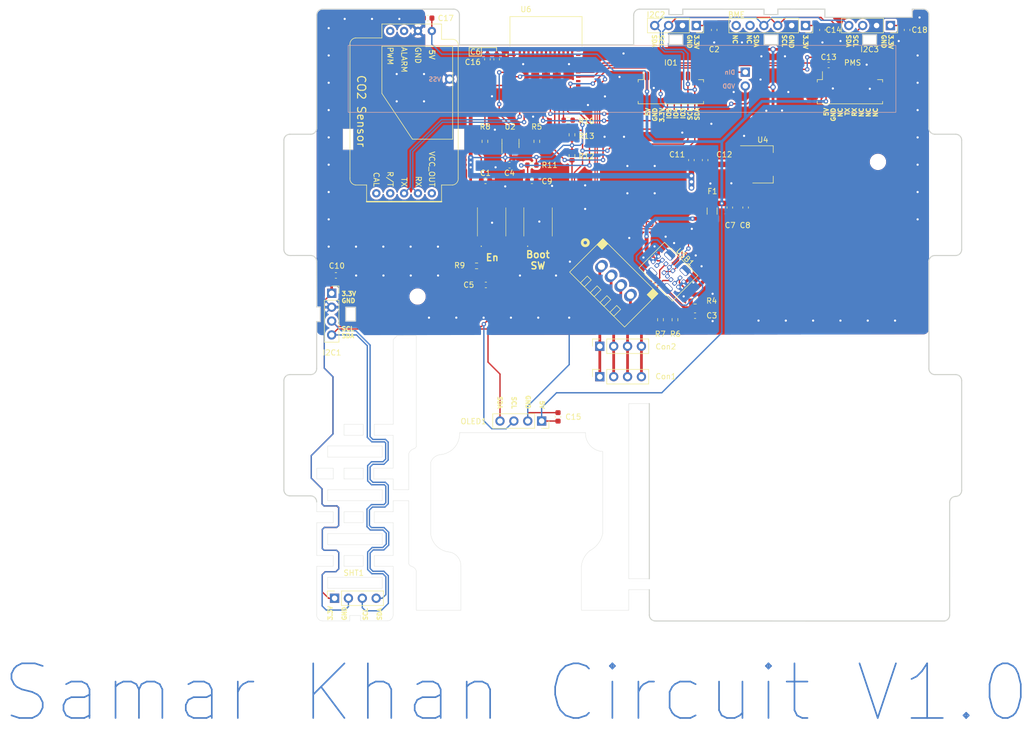
<source format=kicad_pcb>
(kicad_pcb (version 20240108) (generator "pcbnew") (generator_version "8.0")
  (title_block (title "Air Monitor PCB"))
  (layers (0 "F.Cu" signal) (31 "B.Cu" signal) (34 "B.Paste" user) (35 "F.Paste" user) (36 "B.SilkS" user "B.Silkscreen") (37 "F.SilkS" user "F.Silkscreen") (38 "B.Mask" user) (39 "F.Mask" user) (44 "Edge.Cuts" user))
  (net 0 "")
  (net 1 "+3.3V")
  (net 2 "GND")
  (net 3 "/EN")
  (net 4 "/BOOT")
  (net 5 "Net-(F1-Pad2)")
  (net 6 "/IO5")
  (net 7 "/IO4")
  (net 8 "/IO3")
  (net 9 "+5V")
  (net 10 "/TX_2_PMS")
  (net 11 "/SDA")
  (net 12 "/SCL")
  (net 13 "/RX_2_PMS")
  (net 14 "Net-(U6-IO8)")
  (net 18 "/TX_1_PMS")
  (net 19 "/RX_1_PMS")
  (net 23 "/LED")
  (net 24 "Net-(U2-DELAY{slash}M_RST)")
  (net 33 "/WD_RST")
  (net 35 "/USB_D+")
  (net 36 "/USB_D-")
  (net 48 "Net-(USB1-SHIELD)")
  (net 49 "Net-(USB1-CC2)")
  (net 50 "Net-(USB1-CC1)")
  (net 51 "Net-(Con1-Pin_1)")
  (net 52 "Net-(Con1-Pin_2)")
  (net 53 "Net-(Con1-Pin_3)")
  (net 54 "Net-(Con1-Pin_4)")
  (footprint "AG-PRO-Library:Modbus_2.5_CONN" (layer "F.Cu") (at 140.894002 79.576 -45)
    (property "Reference" "RS1" (hide yes))
    (property "Value" "Screw_Terminal_01x04")
  )
  (footprint "MountingHole:MountingHole_2.5mm" (layer "F.Cu") (at 150.71 105)
    (property "Reference" "REF**" (hide yes))
    (property "Value" "MountingHole_2.5mm")
  )
  (footprint "Connector_PinSocket_2.54mm:PinSocket_1x06_P2.54mm_Vertical" (layer "F.Cu") (at 175.46 33 -90)
    (property "Reference" "S*1" (hide yes))
    (property "Value" "BME")
  )
  (footprint "MountingHole:MountingHole_2.5mm" (layer "F.Cu") (at 150.71 138)
    (property "Reference" "REF**" (hide yes))
    (property "Value" "MountingHole_2.5mm")
  )
  (footprint "MountingHole:MountingHole_2.2mm_M2" (layer "F.Cu") (at 201.844998 107.999999)
    (property "Reference" "REF**" (hide yes))
    (property "Value" "MountingHole_2.2mm_M2")
  )
  (footprint "Connector_PinSocket_2.54mm:PinSocket_1x04_P2.54mm_Vertical" (layer "F.Cu") (at 137.8 91.71 90)
    (property "Reference" "Con2")
    (property "Value" "Conn_01x04")
  )
  (footprint "Capacitor_SMD:C_0603_1608Metric" (layer "F.Cu") (at 164.49 66.32 -90)
    (property "Reference" "C8")
    (property "Value" "0.1uf")
  )
  (footprint "Connector_PinSocket_2.54mm:PinSocket_1x04_P2.54mm_Vertical" (layer "F.Cu") (at 191 33 -90)
    (property "Reference" "I2C3")
    (property "Value" "Conn_01x04")
  )
  (footprint "Capacitor_SMD:C_0603_1608Metric" (layer "F.Cu") (at 89.49 78.75)
    (property "Reference" "C10")
    (property "Value" "0.1uf")
  )
  (footprint "Capacitor_SMD:C_0603_1608Metric" (layer "F.Cu") (at 161.6 66.32 -90)
    (property "Reference" "C7")
    (property "Value" "10uf / 25V")
  )
  (footprint "MountingHole:MountingHole_2.5mm" (layer "F.Cu") (at 195.709999 138)
    (property "Reference" "REF**" (hide yes))
    (property "Value" "MountingHole_2.5mm")
  )
  (footprint "Capacitor_SMD:C_0603_1608Metric" (layer "F.Cu") (at 154.57 57.635 90)
    (property "Reference" "C11")
    (property "Value" "22uf / 10V")
  )
  (footprint "MountingHole:MountingHole_3.5mm" (layer "F.Cu") (at 108.414002 107.776)
    (property "Reference" "REF**" (hide yes))
    (property "Value" "MountingHole_3.5mm")
  )
  (footprint "AG-PRO-Library:PTS525SM08SMTR2LFS" (layer "F.Cu") (at 126.494002 69.606 90)
    (property "Reference" "Boot1" (hide yes))
    (property "Value" "SW_Push_Dual" (hide yes))
  )
  (footprint "Resistor_SMD:R_0603_1608Metric" (layer "F.Cu") (at 132.01 50.33)
    (property "Reference" "R10")
    (property "Value" "10K")
  )
  (footprint "Resistor_SMD:R_0603_1608Metric" (layer "F.Cu") (at 155.24 83.46)
    (property "Reference" "R4")
    (property "Value" "100K")
  )
  (footprint "Connector_PinSocket_2.54mm:PinSocket_1x04_P2.54mm_Vertical" (layer "F.Cu") (at 88.715 82.02)
    (property "Reference" "I2C1")
    (property "Value" "Conn_01x04")
  )
  (footprint "Connector_Molex:Molex_PicoBlade_53261-0871_1x08-1MP_P1.25mm_Horizontal" (layer "F.Cu") (at 150.81 44.62)
    (property "Reference" "IO1")
    (property "Value" "Conn_01x08_MountingPin")
  )
  (footprint "Resistor_SMD:R_0603_1608Metric" (layer "F.Cu") (at 132.71 53 90)
    (property "Reference" "R13")
    (property "Value" "10K")
  )
  (footprint "Resistor_SMD:R_0603_1608Metric" (layer "F.Cu") (at 148.91 86.85 -90)
    (property "Reference" "R7")
    (property "Value" "5.1K")
  )
  (footprint "MountingHole:MountingHole_2.2mm_M2" (layer "F.Cu") (at 82.164999 107.999999)
    (property "Reference" "REF**" (hide yes))
    (property "Value" "MountingHole_2.2mm_M2")
  )
  (footprint "MountingHole:MountingHole_2.5mm" (layer "F.Cu") (at 188.72 57.96)
    (property "Reference" "REF**" (hide yes))
    (property "Value" "MountingHole_2.5mm")
  )
  (footprint "AG-PRO-Library:XCVR_ESP32-C3-MINI-1-N4" (layer "F.Cu") (at 127.95 39.67)
    (property "Reference" "U6")
    (property "Value" "ESP32-C3-MINI-1-N4")
  )
  (footprint "Capacitor_SMD:C_0603_1608Metric" (layer "F.Cu") (at 157.08 57.635 90)
    (property "Reference" "C12")
    (property "Value" "0.1uf")
  )
  (footprint "Package_TO_SOT_SMD:SOT-223-3_TabPin2" (layer "F.Cu") (at 167.64 58.42)
    (property "Reference" "U4")
    (property "Value" "LM1117-3.3")
  )
  (footprint "MountingHole:MountingHole_2.2mm_M2" (layer "F.Cu") (at 82.164999 64.000001)
    (property "Reference" "REF**" (hide yes))
    (property "Value" "MountingHole_2.2mm_M2")
  )
  (footprint "Resistor_SMD:R_0603_1608Metric" (layer "F.Cu") (at 151.56 86.85 -90)
    (property "Reference" "R6")
    (property "Value" "5.1K")
  )
  (footprint "Capacitor_SMD:C_0603_1608Metric" (layer "F.Cu") (at 194.046 33.81 -90)
    (property "Reference" "C18")
    (property "Value" "0.1uf")
  )
  (footprint "Capacitor_SMD:C_0603_1608Metric" (layer "F.Cu") (at 117.23 39.19 90)
    (property "Reference" "C16")
    (property "Value" "22uf / 10V")
  )
  (footprint "MountingHole:MountingHole_2.5mm" (layer "F.Cu") (at 195.709999 105)
    (property "Reference" "REF**" (hide yes))
    (property "Value" "MountingHole_2.5mm")
  )
  (footprint "Capacitor_SMD:C_0603_1608Metric" (layer "F.Cu") (at 116.94 80.49)
    (property "Reference" "C5")
    (property "Value" "1uf")
  )
  (footprint "Resistor_SMD:R_0603_1608Metric" (layer "F.Cu") (at 126.27 54.2 90)
    (property "Reference" "R5")
    (property "Value" "51K")
  )
  (footprint "Capacitor_SMD:C_0603_1608Metric" (layer "F.Cu") (at 178.552 33.81 -90)
    (property "Reference" "C14")
    (property "Value" "0.1uf")
  )
  (footprint "Connector_PinSocket_2.54mm:PinSocket_1x04_P2.54mm_Vertical" (layer "F.Cu") (at 155.47 33 -90)
    (property "Reference" "I2C2")
    (property "Value" "Conn_01x04")
  )
  (footprint "Resistor_SMD:R_0603_1608Metric" (layer "F.Cu") (at 125.37 58.55 180)
    (property "Reference" "R11")
    (property "Value" "10K")
  )
  (footprint "Capacitor_SMD:C_0603_1608Metric" (layer "F.Cu") (at 116.87 61.44)
    (property "Reference" "C1")
    (property "Value" "0.01uf")
  )
  (footprint "Capacitor_SMD:C_0603_1608Metric" (layer "F.Cu") (at 106.29 31.64 180)
    (property "Reference" "C17")
    (property "Value" "0.1uf")
  )
  (footprint "Connector_Molex:Molex_PicoBlade_53261-0871_1x08-1MP_P1.25mm_Horizontal" (layer "F.Cu") (at 183.59 44.62)
    (property "Reference" "PM2" (hide yes))
    (property "Value" "Conn_01x08_MountingPin")
  )
  (footprint "Connector_PinSocket_2.54mm:PinSocket_1x04_P2.54mm_Vertical" (layer "F.Cu") (at 89.244002 137.841 90)
    (property "Reference" "SHT1")
    (property "Value" "Conn_01x04")
  )
  (footprint "AG-PRO-Library:PTS525SM08SMTR2LFS" (layer "F.Cu") (at 118 69.606 90)
    (property "Reference" "Reset1" (hide yes))
    (property "Value" "SW_Push_Dual" (hide yes))
  )
  (footprint "Capacitor_SMD:C_0603_1608Metric" (layer "F.Cu") (at 130.15 104.64 90)
    (property "Reference" "C15")
    (property "Value" "0.1uf")
  )
  (footprint "Capacitor_SMD:C_0603_1608Metric" (layer "F.Cu") (at 179.69 40.22)
    (property "Reference" "C13")
    (property "Value" "0.1uf")
  )
  (footprint "Capacitor_SMD:C_0603_1608Metric" (layer "F.Cu") (at 158.74 33.81 -90)
    (property "Reference" "C2")
    (property "Value" "0.1uf")
  )
  (footprint "MountingHole:MountingHole_2.5mm" (layer "F.Cu") (at 104.44 82.61)
    (property "Reference" "REF**" (hide yes))
    (property "Value" "MountingHole_2.5mm")
  )
  (footprint "MountingHole:MountingHole_3.5mm" (layer "F.Cu") (at 138.414002 135.276)
    (property "Reference" "REF**" (hide yes))
    (property "Value" "MountingHole_3.5mm")
  )
  (footprint "Capacitor_SMD:C_0603_1608Metric" (layer "F.Cu") (at 118.92 39.19 -90)
    (property "Reference" "C6")
    (property "Value" "0.1uf")
  )
  (footprint "Resistor_SMD:R_0603_1608Metric" (layer "F.Cu") (at 116.77 54.2 90)
    (property "Reference" "R8")
    (property "Value" "100K")
  )
  (footprint "MountingHole:MountingHole_2.5mm" (layer "F.Cu") (at 188.72 92.16)
    (property "Reference" "REF**" (hide yes))
    (property "Value" "MountingHole_2.5mm")
  )
  (footprint "MountingHole:MountingHole_3.5mm" (layer "F.Cu") (at 138.414002 107.776)
    (property "Reference" "REF**" (hide yes))
    (property "Value" "MountingHole_3.5mm")
  )
  (footprint "Capacitor_SMD:C_0603_1608Metric" (layer "F.Cu") (at 121.27 58.57 180)
    (property "Reference" "C4")
    (property "Value" "0.1uf")
  )
  (footprint "MountingHole:MountingHole_3.5mm" (layer "F.Cu") (at 108.414002 135.276)
    (property "Reference" "REF**" (hide yes))
    (property "Value" "MountingHole_3.5mm")
  )
  (footprint "MountingHole:MountingHole_2.2mm_M2" (layer "F.Cu") (at 201.844998 64.000001)
    (property "Reference" "REF**" (hide yes))
    (property "Value" "MountingHole_2.2mm_M2")
  )
  (footprint "AG-PRO-Library:918-418K2022Y40000" (layer "F.Cu") (at 150.36107 78.070503 -45)
    (property "Reference" "USB1")
    (property "Value" "918-418K2022Y40000")
  )
  (footprint "Resistor_SMD:R_0603_1608Metric" (layer "F.Cu") (at 115.24 77)
    (property "Reference" "R9")
    (property "Value" "10K")
  )
  (footprint "AG-PRO-Library:Co2-S8" (layer "F.Cu") (at 102.48 50 180)
    (property "Reference" "S*2" (hide yes))
    (property "Value" "Co2-S8")
  )
  (footprint "Package_TO_SOT_SMD:SOT-23-6" (layer "F.Cu") (at 121.45 54.58 90)
    (property "Reference" "U2")
    (property "Value" "TPL5010")
  )
  (footprint "Connector_PinSocket_2.54mm:PinSocket_1x04_P2.54mm_Vertical" (layer "F.Cu") (at 127.15 105.4 -90)
    (property "Reference" "OLED1")
    (property "Value" "Conn_01x04")
  )
  (footprint "Resistor_SMD:R_0603_1608Metric" (layer "F.Cu") (at 132.71 56.83 -90)
    (property "Reference" "R12")
    (property "Value" "10K")
  )
  (footprint "Capacitor_SMD:C_0603_1608Metric" (layer "F.Cu") (at 155.24 86.11)
    (property "Reference" "C3")
    (property "Value" "0.1uf")
  )
  (footprint "Connector_PinSocket_2.54mm:PinSocket_1x04_P2.54mm_Vertical" (layer "F.Cu") (at 137.8 97.285 90)
    (property "Reference" "Con1")
    (property "Value" "Conn_01x04")
  )
  (footprint "Capacitor_SMD:C_0603_1608Metric" (layer "F.Cu") (at 125.37 61.44)
    (property "Reference" "C9")
    (property "Value" "0.01uf")
  )
  (footprint "Fuse:Fuse_1206_3216Metric" (layer "F.Cu") (at 158.36 66.97 -90)
    (property "Reference" "F1")
    (property "Value" "1A 16V")
  )
  (footprint "AG-PRO-Library:11Dots_LedBar" (layer "B.Cu") (at 146.65 42.8 180)
    (property "Reference" "U5" (hide yes))
    (property "Value" "~" (hide yes))
  )
  (gr_rect (start 165.84 49.96) (end 180.54 67) (stroke (width 0.2)) (fill solid) (layer "F.Cu") (net 1))
  (gr_line (start 116.11 37.05) (end 116.11 38.6) (stroke (width 0.15)) (layer "F.SilkS"))
  (gr_line (start 114.19 38.6) (end 113.89 38.6) (stroke (width 0.15)) (layer "F.SilkS"))
  (gr_line (start 118.91 37.05) (end 118.91 37.62) (stroke (width 0.15)) (layer "F.SilkS"))
  (gr_line (start 116.11 37.05) (end 118.91 37.05) (stroke (width 0.15)) (layer "F.SilkS"))
  (gr_line (start 114.19 38.6) (end 116.11 38.6) (stroke (width 0.15)) (layer "F.SilkS"))
  (gr_line (start 113.89 37.05) (end 116.11 37.05) (stroke (width 0.15)) (layer "F.SilkS"))
  (gr_line (start 113.89 38.6) (end 113.89 37.05) (stroke (width 0.15)) (layer "F.SilkS"))
  (gr_line (start 97.964002 109.966) (end 87.964002 109.966) (stroke (width 0.05)) (layer "Edge.Cuts"))
  (gr_line (start 96.514002 130.016) (end 99.964002 130.016) (stroke (width 0.05)) (layer "Edge.Cuts"))
  (gr_line (start 92 142) (end 92 141) (stroke (width 0.05)) (layer "Edge.Cuts"))
  (gr_line (start 89.004002 130.016) (end 89.004002 132.006) (stroke (width 0.05)) (layer "Edge.Cuts"))
  (gr_arc (start 196.910385 30.005327) (mid 197.723564 30.3) (end 198.036721 31.106241) (stroke (width 0.2)) (layer "Edge.Cuts"))
  (gr_line (start 112.377172 132.006) (end 112.377172 140.016) (stroke (width 0.05)) (layer "Edge.Cuts"))
  (gr_line (start 99.964002 124.006) (end 96.484002 124.006) (stroke (width 0.05)) (layer "Edge.Cuts"))
  (gr_arc (start 199.14 96.9) (mid 198.362182 96.577818) (end 198.04 95.8) (stroke (width 0.2)) (layer "Edge.Cuts"))
  (gr_line (start 198.04 51.8) (end 198.036721 31.106241) (stroke (width 0.2)) (layer "Edge.Cuts"))
  (gr_line (start 102.834002 119.996) (end 102.834002 131.516) (stroke (width 0.05)) (layer "Edge.Cuts"))
  (gr_line (start 204.039984 118.106014) (end 204.04 97.999999) (stroke (width 0.2)) (layer "Edge.Cuts"))
  (gr_line (start 150.45 31.01) (end 150.45 30) (stroke (width 0.2)) (layer "Edge.Cuts"))
  (gr_arc (start 201.842181 140.91218) (mid 201.520001 141.69) (end 200.742181 142.01218) (stroke (width 0.2)) (layer "Edge.Cuts"))
  (gr_arc (start 202.94 96.899999) (mid 203.717817 97.222182) (end 204.04 97.999999) (stroke (width 0.2)) (layer "Edge.Cuts"))
  (gr_line (start 99.964002 116.006) (end 99.964002 117.966) (stroke (width 0.05)) (layer "Edge.Cuts"))
  (gr_line (start 99.964002 107.996) (end 99.964002 114.016) (stroke (width 0.05)) (layer "Edge.Cuts"))
  (gr_arc (start 202.94 52.9) (mid 203.717817 53.222183) (end 204.04 54) (stroke (width 0.2)) (layer "Edge.Cuts"))
  (gr_line (start 99.964002 132.006) (end 99.96 140.89) (stroke (width 0.05)) (layer "Edge.Cuts"))
  (gr_arc (start 103.284002 131.986) (mid 103.870874 132.310065) (end 104.214002 132.886) (stroke (width 0.05)) (layer "Edge.Cuts"))
  (gr_line (start 199.14 96.899998) (end 202.94 96.899998) (stroke (width 0.2)) (layer "Edge.Cuts"))
  (gr_line (start 90.974002 132.006) (end 90.974002 130.016) (stroke (width 0.05)) (layer "Edge.Cuts"))
  (gr_line (start 87.964002 117.966) (end 87.964002 119.996) (stroke (width 0.05)) (layer "Edge.Cuts"))
  (gr_line (start 138.334002 125.961) (end 138.334002 110.976) (stroke (width 0.05)) (layer "Edge.Cuts"))
  (gr_line (start 93.09 87.11) (end 91.29 87.11) (stroke (width 0.2)) (layer "Edge.Cuts"))
  (gr_line (start 97.964002 125.996) (end 87.964002 125.996) (stroke (width 0.05)) (layer "Edge.Cuts"))
  (gr_line (start 90.774002 51.916) (end 92.674002 51.916) (stroke (width 0.05)) (layer "Edge.Cuts"))
  (gr_arc (start 81.069997 75.100001) (mid 80.29218 74.777818) (end 79.969997 74.000001) (stroke (width 0.2)) (layer "Edge.Cuts"))
  (gr_arc (start 138.334002 125.961) (mid 137.51797 127.812902) (end 135.981585 129.130084) (stroke (width 0.05)) (layer "Edge.Cuts"))
  (gr_line (start 92 141) (end 94 141) (stroke (width 0.05)) (layer "Edge.Cuts"))
  (gr_line (start 85.974002 132.006) (end 85.977816 140.902183) (stroke (width 0.05)) (layer "Edge.Cuts"))
  (gr_line (start 89.004002 122.016) (end 89.004002 124.006) (stroke (width 0.05)) (layer "Edge.Cuts"))
  (gr_arc (start 110.444002 129.396) (mid 111.860154 130.368015) (end 112.377172 132.006) (stroke (width 0.05)) (layer "Edge.Cuts"))
  (gr_line (start 143.114002 102.199998) (end 146.864002 102.199998) (stroke (width 0.05)) (layer "Edge.Cuts"))
  (gr_line (start 90.974002 106.006) (end 94.474002 106.006) (stroke (width 0.05)) (layer "Edge.Cuts"))
  (gr_arc (start 134.434002 131.951) (mid 134.930422 130.388373) (end 135.981585 129.130084) (stroke (width 0.05)) (layer "Edge.Cuts"))
  (gr_line (start 112.1 31.100914) (end 112.1 36.516) (stroke (width 0.2)) (layer "Edge.Cuts"))
  (gr_line (start 185.918 36.488) (end 185.918 34.688) (stroke (width 0.2)) (layer "Edge.Cuts"))
  (gr_arc (start 112.134002 107.516) (mid 111.257122 110.165213) (end 108.820832 111.526) (stroke (width 0.05)) (layer "Edge.Cuts"))
  (gr_line (start 91.29 84.57) (end 93.09 84.57) (stroke (width 0.2)) (layer "Edge.Cuts"))
  (gr_line (start 97.964002 117.966) (end 87.964002 117.966) (stroke (width 0.05)) (layer "Edge.Cuts"))
  (gr_line (start 152.99 30) (end 167.86 30.01) (stroke (width 0.2)) (layer "Edge.Cuts"))
  (gr_line (start 111.064002 51.916) (end 112.964002 51.916) (stroke (width 0.05)) (layer "Edge.Cuts"))
  (gr_arc (start 198.04 76.199999) (mid 198.362183 75.422183) (end 199.14 75.099999) (stroke (width 0.2)) (layer "Edge.Cuts"))
  (gr_line (start 89.004002 124.006) (end 85.974002 124.006) (stroke (width 0.05)) (layer "Edge.Cuts"))
  (gr_line (start 97.964002 134.006) (end 87.964002 134.006) (stroke (width 0.05)) (layer "Edge.Cuts"))
  (gr_line (start 147.967817 142.002184) (end 200.742181 142.01218) (stroke (width 0.2)) (layer "Edge.Cuts"))
  (gr_line (start 143.114002 134.276) (end 143.114002 102.199998) (stroke (width 0.05)) (layer "Edge.Cuts"))
  (gr_line (start 99.97 90.499998) (end 100.669999 89.8) (stroke (width 0.05)) (layer "Edge.Cuts"))
  (gr_arc (start 84.87 119.1) (mid 85.647819 119.422181) (end 85.97 120.2) (stroke (width 0.2)) (layer "Edge.Cuts"))
  (gr_line (start 81.069997 52.900002) (end 84.869997 52.900002) (stroke (width 0.2)) (layer "Edge.Cuts"))
  (gr_line (start 99.964002 117.966) (end 102.834002 117.966) (stroke (width 0.05)) (layer "Edge.Cuts"))
  (gr_arc (start 110.444002 129.396) (mid 108.019321 128.367849) (end 106.834002 126.016) (stroke (width 0.05)) (layer "Edge.Cuts"))
  (gr_arc (start 104.224002 110.016) (mid 104.052311 110.30204) (end 103.774002 110.486) (stroke (width 0.05)) (layer "Edge.Cuts"))
  (gr_line (start 90.774002 55.726) (end 90.774002 51.916) (stroke (width 0.05)) (layer "Edge.Cuts"))
  (gr_line (start 179 31.5) (end 195 31.5) (stroke (width 0.2)) (layer "Edge.Cuts"))
  (gr_line (start 198.04 95.8) (end 198.04 76.199999) (stroke (width 0.2)) (layer "Edge.Cuts"))
  (gr_line (start 150.45 36.488) (end 150.45 34.688) (stroke (width 0.2)) (layer "Edge.Cuts"))
  (gr_line (start 99.964002 122.016) (end 99.964002 119.996) (stroke (width 0.05)) (layer "Edge.Cuts"))
  (gr_line (start 170.4 31) (end 170.4 29.99) (stroke (width 0.2)) (layer "Edge.Cuts"))
  (gr_arc (start 204.04 73.999996) (mid 203.717819 74.777816) (end 202.94 75.099996) (stroke (width 0.2)) (layer "Edge.Cuts"))
  (gr_line (start 89.004002 114.016) (end 89.004002 116.006) (stroke (width 0.05)) (layer "Edge.Cuts"))
  (gr_line (start 94 141) (end 94 141.99) (stroke (width 0.05)) (layer "Edge.Cuts"))
  (gr_line (start 86.63 87.2) (end 85.97 87.2) (stroke (width 0.2)) (layer "Edge.Cuts"))
  (gr_line (start 85.99 84.52) (end 86.63 84.52) (stroke (width 0.2)) (layer "Edge.Cuts"))
  (gr_arc (start 204.039984 118.106014) (mid 203.715689 118.879941) (end 202.94 119.199999) (stroke (width 0.2)) (layer "Edge.Cuts"))
  (gr_line (start 167.86 31) (end 170.4 31) (stroke (width 0.2)) (layer "Edge.Cuts"))
  (gr_line (start 104.224002 110.016) (end 104.224002 89.8) (stroke (width 0.05)) (layer "Edge.Cuts"))
  (gr_line (start 97.964002 128.026) (end 97.964002 125.996) (stroke (width 0.05)) (layer "Edge.Cuts"))
  (gr_line (start 146.867816 140.902183) (end 146.864002 136.276) (stroke (width 0.2)) (layer "Edge.Cuts"))
  (gr_line (start 85.974002 114.016) (end 89.004002 114.016) (stroke (width 0.05)) (layer "Edge.Cuts"))
  (gr_line (start 100.669999 89.8) (end 104.224002 89.8) (stroke (width 0.05)) (layer "Edge.Cuts"))
  (gr_line (start 87.964002 125.996) (end 87.964002 128.026) (stroke (width 0.05)) (layer "Edge.Cuts"))
  (gr_line (start 90.974002 107.996) (end 90.974002 106.006) (stroke (width 0.05)) (layer "Edge.Cuts"))
  (gr_line (start 134.434002 140.016) (end 143.114002 140.016) (stroke (width 0.05)) (layer "Edge.Cuts"))
  (gr_line (start 152.99 30) (end 152.99 31.01) (stroke (width 0.2)) (layer "Edge.Cuts"))
  (gr_line (start 96.484002 122.016) (end 99.964002 122.016) (stroke (width 0.05)) (layer "Edge.Cuts"))
  (gr_line (start 96.514002 130.016) (end 96.514002 132.006) (stroke (width 0.05)) (layer "Edge.Cuts"))
  (gr_line (start 112.1 36.516) (end 144 36.516) (stroke (width 0.2)) (layer "Edge.Cuts"))
  (gr_line (start 188.458 34.688) (end 188.458 36.488) (stroke (width 0.2)) (layer "Edge.Cuts"))
  (gr_line (start 90.974002 130.016) (end 94.474002 130.016) (stroke (width 0.05)) (layer "Edge.Cuts"))
  (gr_line (start 143.114002 140.016) (end 143.114002 136.276) (stroke (width 0.05)) (layer "Edge.Cuts"))
  (gr_line (start 87.964002 119.996) (end 97.964002 119.996) (stroke (width 0.05)) (layer "Edge.Cuts"))
  (gr_arc (start 99.96 140.89) (mid 99.63782 141.66782) (end 98.86 141.99) (stroke (width 0.05)) (layer "Edge.Cuts"))
  (gr_arc (start 79.969997 54) (mid 80.29218 53.222183) (end 81.069997 52.9) (stroke (width 0.2)) (layer "Edge.Cuts"))
  (gr_line (start 97.964002 111.996) (end 97.964002 109.966) (stroke (width 0.05)) (layer "Edge.Cuts"))
  (gr_line (start 90.974002 122.016) (end 94.474002 122.016) (stroke (width 0.05)) (layer "Edge.Cuts"))
  (gr_line (start 170.4 29.99) (end 179 30) (stroke (width 0.2)) (layer "Edge.Cuts"))
  (gr_arc (start 110.97 29.998777) (mid 111.78367 30.294795) (end 112.099716 31.100898) (stroke (width 0.2)) (layer "Edge.Cuts"))
  (gr_arc (start 87.077817 142.002184) (mid 86.299999 141.680001) (end 85.977816 140.902183) (stroke (width 0.05)) (layer "Edge.Cuts"))
  (gr_line (start 188.458 36.488) (end 185.918 36.488) (stroke (width 0.2)) (layer "Edge.Cuts"))
  (gr_line (start 94.474002 130.016) (end 94.474002 132.006) (stroke (width 0.05)) (layer "Edge.Cuts"))
  (gr_arc (start 79.969999 97.999999) (mid 80.292182 97.222181) (end 81.07 96.899998) (stroke (width 0.2)) (layer "Edge.Cuts"))
  (gr_line (start 104.214002 132.886) (end 104.214002 140.016) (stroke (width 0.05)) (layer "Edge.Cuts"))
  (gr_line (start 94.474002 116.006) (end 90.974002 116.006) (stroke (width 0.05)) (layer "Edge.Cuts"))
  (gr_line (start 91.29 87.11) (end 91.29 84.57) (stroke (width 0.2)) (layer "Edge.Cuts"))
  (gr_arc (start 199.14 52.900002) (mid 198.362181 52.57782) (end 198.04 51.800002) (stroke (width 0.2)) (layer "Edge.Cuts"))
  (gr_line (start 85.97 122.016) (end 89.004002 122.016) (stroke (width 0.05)) (layer "Edge.Cuts"))
  (gr_line (start 85.974002 116.006) (end 85.974002 114.016) (stroke (width 0.05)) (layer "Edge.Cuts"))
  (gr_line (start 195 31.5) (end 195 30) (stroke (width 0.2)) (layer "Edge.Cuts"))
  (gr_line (start 96.484002 122.016) (end 96.484002 124.006) (stroke (width 0.05)) (layer "Edge.Cuts"))
  (gr_line (start 87.964002 136.036) (end 97.964002 136.036) (stroke (width 0.05)) (layer "Edge.Cuts"))
  (gr_line (start 145.097819 29.999998) (end 150.45 30) (stroke (width 0.2)) (layer "Edge.Cuts"))
  (gr_line (start 143.114002 134.276) (end 146.864002 134.276) (stroke (width 0.05)) (layer "Edge.Cuts"))
  (gr_line (start 93.09 84.57) (end 93.09 87.11) (stroke (width 0.2)) (layer "Edge.Cuts"))
  (gr_arc (start 201.844064 120.246003) (mid 202.183221 119.504222) (end 202.94 119.199999) (stroke (width 0.2)) (layer "Edge.Cuts"))
  (gr_line (start 185.918 34.688) (end 188.458 34.688) (stroke (width 0.2)) (layer "Edge.Cuts"))
  (gr_line (start 99.964002 116.006) (end 96.444002 116.006) (stroke (width 0.05)) (layer "Edge.Cuts"))
  (gr_arc (start 85.969997 51.8) (mid 85.647814 52.577817) (end 84.869997 52.9) (stroke (width 0.2)) (layer "Edge.Cuts"))
  (gr_line (start 179 30) (end 179 31.5) (stroke (width 0.2)) (layer "Edge.Cuts"))
  (gr_line (start 87.964002 128.026) (end 97.964002 128.026) (stroke (width 0.05)) (layer "Edge.Cuts"))
  (gr_line (start 97.964002 119.996) (end 97.964002 117.966) (stroke (width 0.05)) (layer "Edge.Cuts"))
  (gr_line (start 99.964002 132.006) (end 96.514002 132.006) (stroke (width 0.05)) (layer "Edge.Cuts"))
  (gr_line (start 111.064002 55.726) (end 111.064002 51.916) (stroke (width 0.05)) (layer "Edge.Cuts"))
  (gr_line (start 134.434002 131.951) (end 134.434002 140.016) (stroke (width 0.05)) (layer "Edge.Cuts"))
  (gr_arc (start 147.967817 142.002184) (mid 147.189999 141.680001) (end 146.867816 140.902183) (stroke (width 0.2)) (layer "Edge.Cuts"))
  (gr_line (start 94.474002 122.016) (end 94.474002 124.006) (stroke (width 0.05)) (layer "Edge.Cuts"))
  (gr_arc (start 81.07 119.1) (mid 80.292183 118.777816) (end 79.969999 117.999999) (stroke (width 0.2)) (layer "Edge.Cuts"))
  (gr_line (start 94.474002 107.996) (end 90.974002 107.996) (stroke (width 0.05)) (layer "Edge.Cuts"))
  (gr_line (start 87.077817 142.002184) (end 92 142) (stroke (width 0.05)) (layer "Edge.Cuts"))
  (gr_line (start 94.474002 124.006) (end 90.974002 124.006) (stroke (width 0.05)) (layer "Edge.Cuts"))
  (gr_line (start 81.07 119.1) (end 84.87 119.1) (stroke (width 0.2)) (layer "Edge.Cuts"))
  (gr_line (start 106.834002 126.016) (end 106.834002 113.016) (stroke (width 0.05)) (layer "Edge.Cuts"))
  (gr_line (start 85.97 95.799995) (end 85.97 87.2) (stroke (width 0.2)) (layer "Edge.Cuts"))
  (gr_line (start 90.974002 124.006) (end 90.974002 122.016) (stroke (width 0.05)) (layer "Edge.Cuts"))
  (gr_arc (start 138.334002 110.976) (mid 136.04648 109.894684) (end 135.184002 107.516) (stroke (width 0.05)) (layer "Edge.Cuts"))
  (gr_arc (start 84.954166 75.093725) (mid 85.681719 75.445182) (end 85.97 76.199999) (stroke (width 0.2)) (layer "Edge.Cuts"))
  (gr_line (start 85.99 84.52) (end 85.97 76.199999) (stroke (width 0.2)) (layer "Edge.Cuts"))
  (gr_line (start 144 36.516) (end 144 31.100004) (stroke (width 0.2)) (layer "Edge.Cuts"))
  (gr_arc (start 106.834002 113.016) (mid 107.59252 111.957779) (end 108.820832 111.526) (stroke (width 0.05)) (layer "Edge.Cuts"))
  (gr_line (start 167.884 34.688) (end 170.424 34.688) (stroke (width 0.2)) (layer "Edge.Cuts"))
  (gr_line (start 94.474002 106.006) (end 94.474002 107.996) (stroke (width 0.05)) (layer "Edge.Cuts"))
  (gr_line (start 96.484002 106.006) (end 96.484002 107.996) (stroke (width 0.05)) (layer "Edge.Cuts"))
  (gr_line (start 89.004002 132.006) (end 85.974002 132.006) (stroke (width 0.05)) (layer "Edge.Cuts"))
  (gr_line (start 112.964002 55.726) (end 111.064002 55.726) (stroke (width 0.05)) (layer "Edge.Cuts"))
  (gr_line (start 99.964002 107.996) (end 96.484002 107.996) (stroke (width 0.05)) (layer "Edge.Cuts"))
  (gr_line (start 86.63 84.52) (end 86.63 87.2) (stroke (width 0.2)) (layer "Edge.Cuts"))
  (gr_line (start 152.99 31.01) (end 150.45 31.01) (stroke (width 0.2)) (layer "Edge.Cuts"))
  (gr_line (start 90.974002 114.016) (end 94.474002 114.016) (stroke (width 0.05)) (layer "Edge.Cuts"))
  (gr_line (start 167.884 36.488) (end 167.884 34.688) (stroke (width 0.2)) (layer "Edge.Cuts"))
  (gr_line (start 81.07 75.099999) (end 84.954166 75.093725) (stroke (width 0.2)) (layer "Edge.Cuts"))
  (gr_line (start 199.14 52.9) (end 202.94 52.9) (stroke (width 0.2)) (layer "Edge.Cuts"))
  (gr_line (start 97.964002 136.036) (end 97.964002 134.006) (stroke (width 0.05)) (layer "Edge.Cuts"))
  (gr_line (start 87.067817 29.997817) (end 110.97 29.998777) (stroke (width 0.2)) (layer "Edge.Cuts"))
  (gr_arc (start 144 31.100004) (mid 144.320769 30.322314) (end 145.097819 29.999998) (stroke (width 0.2)) (layer "Edge.Cuts"))
  (gr_line (start 167.86 30.01) (end 167.86 31) (stroke (width 0.2)) (layer "Edge.Cuts"))
  (gr_line (start 96.444002 114.016) (end 96.444002 116.006) (stroke (width 0.05)) (layer "Edge.Cuts"))
  (gr_line (start 87.964002 134.006) (end 87.964002 136.036) (stroke (width 0.05)) (layer "Edge.Cuts"))
  (gr_arc (start 85.967817 31.097817) (mid 86.289998 30.319998) (end 87.067817 29.997817) (stroke (width 0.2)) (layer "Edge.Cuts"))
  (gr_line (start 104.214002 140.016) (end 112.377172 140.016) (stroke (width 0.05)) (layer "Edge.Cuts"))
  (gr_arc (start 103.284002 131.986) (mid 103.00569 131.802043) (end 102.834002 131.516) (stroke (width 0.05)) (layer "Edge.Cuts"))
  (gr_line (start 98.86 141.99) (end 94 141.99) (stroke (width 0.05)) (layer "Edge.Cuts"))
  (gr_arc (start 85.970001 95.799995) (mid 85.647821 96.577816) (end 84.87 96.899996) (stroke (width 0.2)) (layer "Edge.Cuts"))
  (gr_line (start 99.964002 119.996) (end 102.834002 119.996) (stroke (width 0.05)) (layer "Edge.Cuts"))
  (gr_line (start 87.964002 109.966) (end 87.964002 111.996) (stroke (width 0.05)) (layer "Edge.Cuts"))
  (gr_line (start 94.474002 114.016) (end 94.474002 116.006) (stroke (width 0.05)) (layer "Edge.Cuts"))
  (gr_line (start 112.964002 51.916) (end 112.964002 55.726) (stroke (width 0.05)) (layer "Edge.Cuts"))
  (gr_line (start 92.674002 55.726) (end 90.774002 55.726) (stroke (width 0.05)) (layer "Edge.Cuts"))
  (gr_line (start 81.07 96.899998) (end 84.87 96.899998) (stroke (width 0.2)) (layer "Edge.Cuts"))
  (gr_line (start 150.45 34.688) (end 152.99 34.688) (stroke (width 0.2)) (layer "Edge.Cuts"))
  (gr_line (start 170.424 34.688) (end 170.424 36.488) (stroke (width 0.2)) (layer "Edge.Cuts"))
  (gr_line (start 152.99 34.688) (end 152.99 36.488) (stroke (width 0.2)) (layer "Edge.Cuts"))
  (gr_line (start 170.424 36.488) (end 167.884 36.488) (stroke (width 0.2)) (layer "Edge.Cuts"))
  (gr_line (start 102.834002 117.966) (end 102.834002 111.386) (stroke (width 0.05)) (layer "Edge.Cuts"))
  (gr_line (start 112.134002 107.516) (end 135.184002 107.516) (stroke (width 0.05)) (layer "Edge.Cuts"))
  (gr_line (start 96.444002 114.016) (end 99.964002 114.016) (stroke (width 0.05)) (layer "Edge.Cuts"))
  (gr_line (start 96.484002 106.006) (end 99.97 106.006) (stroke (width 0.05)) (layer "Edge.Cuts"))
  (gr_line (start 85.97 51.8) (end 85.967817 31.097817) (stroke (width 0.2)) (layer "Edge.Cuts"))
  (gr_line (start 199.14 75.099999) (end 202.94 75.099999) (stroke (width 0.2)) (layer "Edge.Cuts"))
  (gr_line (start 92.674002 51.916) (end 92.674002 55.726) (stroke (width 0.05)) (layer "Edge.Cuts"))
  (gr_line (start 143.114002 136.276) (end 146.864002 136.276) (stroke (width 0.05)) (layer "Edge.Cuts"))
  (gr_line (start 146.864002 134.276) (end 146.864002 102.199998) (stroke (width 0.2)) (layer "Edge.Cuts"))
  (gr_line (start 204.04 73.999998) (end 204.04 54) (stroke (width 0.2)) (layer "Edge.Cuts"))
  (gr_line (start 87.964002 111.996) (end 97.964002 111.996) (stroke (width 0.05)) (layer "Edge.Cuts"))
  (gr_line (start 94.474002 132.006) (end 90.974002 132.006) (stroke (width 0.05)) (layer "Edge.Cuts"))
  (gr_line (start 99.964002 124.006) (end 99.964002 130.016) (stroke (width 0.05)) (layer "Edge.Cuts"))
  (gr_line (start 201.842181 140.91218) (end 201.844002 120.246) (stroke (width 0.2)) (layer "Edge.Cuts"))
  (gr_line (start 85.974002 124.006) (end 85.974002 130.016) (stroke (width 0.05)) (layer "Edge.Cuts"))
  (gr_line (start 85.974002 130.016) (end 89.004002 130.016) (stroke (width 0.05)) (layer "Edge.Cuts"))
  (gr_line (start 79.969999 74.000001) (end 79.969999 54) (stroke (width 0.2)) (layer "Edge.Cuts"))
  (gr_line (start 195 30) (end 196.910385 30.005327) (stroke (width 0.2)) (layer "Edge.Cuts"))
  (gr_line (start 99.97 106.006) (end 99.97 90.499998) (stroke (width 0.05)) (layer "Edge.Cuts"))
  (gr_line (start 90.974002 116.006) (end 90.974002 114.016) (stroke (width 0.05)) (layer "Edge.Cuts"))
  (gr_line (start 89.004002 116.006) (end 85.974002 116.006) (stroke (width 0.05)) (layer "Edge.Cuts"))
  (gr_line (start 85.97 122.016) (end 85.97 120.2) (stroke (width 0.05)) (layer "Edge.Cuts"))
  (gr_arc (start 102.834002 111.386) (mid 103.18344 110.81008) (end 103.774002 110.486) (stroke (width 0.05)) (layer "Edge.Cuts"))
  (gr_line (start 152.99 36.488) (end 150.45 36.488) (stroke (width 0.2)) (layer "Edge.Cuts"))
  (gr_line (start 79.969999 117.999999) (end 79.969999 97.999999) (stroke (width 0.2)) (layer "Edge.Cuts"))
  (gr_text "Samar Khan Circuit V1.0" (at 28 161 0) (layer "B.Cu") (effects (font (size 10 10) (thickness 0.3) (bold yes)) (justify left bottom)))
  (gr_text "BME" (at 162.804 31.016 0) (layer "F.SilkS") (effects (font (size 1 1))))
  (gr_text "5V\nGND\n3.3V\nIO5\nIO4\nIO3\nSCL\nSDA" (at 156.09 47.96 90) (layer "F.SilkS") (effects (font (size 0.8 0.8) (thickness 0.2) (bold yes)) (justify right bottom)))
  (gr_text "5V\n\nGND\n\nSCL\n\nSDA" (at 119.03 103.28 270) (layer "F.SilkS") (effects (font (size 0.8 0.8) (thickness 0.2) (bold yes)) (justify right bottom)))
  (gr_text "3.3V\n\nGND\nSCL\n\n\n\nSDA\nNC\n\nNC" (at 162.1 34.572 270) (layer "F.SilkS") (effects (font (size 0.8 0.8) (thickness 0.2) (bold yes)) (justify left bottom)))
  (gr_text "5V\nGND\nNC\nTX\nRX\nNC\nNC\nNC" (at 188.74 47.96 90) (layer "F.SilkS") (effects (font (size 0.8 0.8) (thickness 0.2) (bold yes)) (justify right bottom)))
  (gr_text "3.3V\nGND\n \n\n\nSCL\nSDA" (at 182.87 34.572 270) (layer "F.SilkS") (effects (font (size 0.8 0.8) (thickness 0.2) (bold yes)) (justify left bottom)))
  (gr_text "Boot\nSW" (at 126.47 75.95 0) (layer "F.SilkS") (effects (font (size 1.27 1.27) (thickness 0.254))))
  (gr_text "En" (at 118.11 75.47 0) (layer "F.SilkS") (effects (font (size 1.27 1.27) (thickness 0.254))))
  (gr_text "3.3V\nGND\n \n\n\nSCL\nSDA" (at 147.31 34.572 270) (layer "F.SilkS") (effects (font (size 0.8 0.8) (thickness 0.2) (bold yes)) (justify left bottom)))
  (gr_text "PMS" (at 184.07 39.81 0) (layer "F.SilkS") (effects (font (size 1 1))))
  (gr_text "3.3V\n\nGND\n\n\nSCL\n\nSDA" (at 97.95 142 90) (layer "F.SilkS") (effects (font (size 0.8 0.8) (thickness 0.2) (bold yes)) (justify left bottom)))
  (gr_text "3.3V\nGND\n\n\n\nSCL\nSDA" (at 90.43 90.29 0) (layer "F.SilkS") (effects (font (size 0.8 0.8) (thickness 0.2) (bold yes)) (justify left bottom)))
  (segment (start 169.51 44.28) (end 169.51 57.36) (width 0.5) (layer "F.Cu") (net 1))
  (segment (start 88.95 107.76) (end 88.95 97.3) (width 0.25) (layer "F.Cu") (net 1))
  (segment (start 86.95 117.81) (end 84.98 115.84) (width 0.25) (layer "F.Cu") (net 1))
  (segment (start 195.824 36.35) (end 195.824 33.797) (width 0.5) (layer "F.Cu") (net 1))
  (segment (start 167.828 44.28) (end 164.778 47.33) (width 0.25) (layer "F.Cu") (net 1))
  (segment (start 90.02 129.47) (end 89.61 129.06) (width 0.25) (layer "F.Cu") (net 1))
  (segment (start 158.705 33) (end 158.74 33.035) (width 0.25) (layer "F.Cu") (net 1))
  (segment (start 175.46 33) (end 178.517 33) (width 0.25) (layer "F.Cu") (net 1))
  (segment (start 89.745 121.025) (end 89.67 120.95) (width 0.25) (layer "F.Cu") (net 1))
  (segment (start 118.925 39.97) (end 122.05 39.97) (width 0.5) (layer "F.Cu") (net 1))
  (segment (start 170.79 58.42) (end 168.45 58.42) (width 1) (layer "F.Cu") (net 1))
  (segment (start 154.58 61.48) (end 154.58 62.72) (width 1) (layer "F.Cu") (net 1))
  (segment (start 87.511 83.195) (end 87.366 83.34) (width 0.25) (layer "F.Cu") (net 1))
  (segment (start 154.58 58.42) (end 154.58 61.48) (width 1) (layer "F.Cu") (net 1))
  (segment (start 88.715 78.005) (end 88.89 77.83) (width 0.5) (layer "F.Cu") (net 1))
  (segment (start 155.47 33) (end 158.705 33) (width 0.25) (layer "F.Cu") (net 1))
  (segment (start 114.415 75.467) (end 114.16 75.212) (width 0.5) (layer "F.Cu") (net 1))
  (segment (start 132.71 54.93) (end 132.71 56.005) (width 0.25) (layer "F.Cu") (net 1))
  (segment (start 119.02 55.72) (end 119.0225 55.7175) (width 0.25) (layer "F.Cu") (net 1))
  (segment (start 84.98 115.84) (end 84.98 111.73) (width 0.25) (layer "F.Cu") (net 1))
  (segment (start 86.98 136.67) (end 86.98 133.52) (width 0.25) (layer "F.Cu") (net 1))
  (segment (start 119.0225 55.7175) (end 120.5 55.7175) (width 0.25) (layer "F.Cu") (net 1))
  (segment (start 89.99 121.27) (end 89.745 121.025) (width 0.25) (layer "F.Cu") (net 1))
  (segment (start 179.822 37.366) (end 180.33 36.858) (width 0.5) (layer "F.Cu") (net 1))
  (segment (start 118.92 39.965) (end 116.905 39.965) (width 0.7) (layer "F.Cu") (net 1))
  (segment (start 169.51 44.28) (end 167.828 44.28) (width 0.25) (layer "F.Cu") (net 1))
  (segment (start 87.01 125.25) (end 87.38 124.88) (width 0.25) (layer "F.Cu") (net 1))
  (segment (start 114.415 77) (end 114.415 75.467) (width 0.5) (layer "F.Cu") (net 1))
  (segment (start 126.195 58.55) (end 126.195 57.085) (width 0.25) (layer "F.Cu") (net 1))
  (segment (start 87.51 132.99) (end 89.47 132.99) (width 0.25) (layer "F.Cu") (net 1))
  (segment (start 89.99 124.54) (end 89.99 121.38) (width 0.25) (layer "F.Cu") (net 1))
  (segment (start 132.835 50.33) (end 133.76 50.33) (width 0.25) (layer "F.Cu") (net 1))
  (segment (start 89.99 121.38) (end 89.99 121.27) (width 0.25) (layer "F.Cu") (net 1))
  (segment (start 89.67 120.95) (end 89.99 121.27) (width 0.25) (layer "F.Cu") (net 1))
  (segment (start 164.778 47.33) (end 161.86 47.33) (width 0.25) (layer "F.Cu") (net 1))
  (segment (start 180.838 37.366) (end 194.808 37.366) (width 0.5) (layer "F.Cu") (net 1))
  (segment (start 132.71 53.825) (end 132.71 54.93) (width 0.25) (layer "F.Cu") (net 1))
  (segment (start 169.51 57.36) (end 168.45 58.42) (width 0.25) (layer "F.Cu") (net 1))
  (segment (start 120.495 58.57) (end 120.495 57.17) (width 0.25) (layer "F.Cu") (net 1))
  (segment (start 87.33 129.06) (end 87.01 128.74) (width 0.25) (layer "F.Cu") (net 1))
  (segment (start 160.518 36.858) (end 161.026 37.366) (width 0.5) (layer "F.Cu") (net 1))
  (segment (start 179.809 33.035) (end 178.552 33.035) (width 0.5) (layer "F.Cu") (net 1))
  (segment (start 148.935 42.22) (end 148.935 45.535) (width 0.25) (layer "F.Cu") (net 1))
  (segment (start 161.026 37.366) (end 179.822 37.366) (width 0.5) (layer "F.Cu") (net 1))
  (segment (start 89.67 120.95) (end 87.33 120.95) (width 0.25) (layer "F.Cu") (net 1))
  (segment (start 87.54 83.195) (end 87.511 83.195) (width 0.25) (layer "F.Cu") (net 1))
  (segment (start 180.33 36.858) (end 180.33 33.556) (width 0.5) (layer "F.Cu") (net 1))
  (segment (start 195.824 33.797) (end 195.062 33.035) (width 0.5) (layer "F.Cu") (net 1))
  (segment (start 157.08 58.41) (end 157.07 58.42) (width 0.25) (layer "F.Cu") (net 1))
  (segment (start 180.33 36.858) (end 180.838 37.366) (width 0.5) (layer "F.Cu") (net 1))
  (segment (start 88.715 82.02) (end 88.715 78.75) (width 0.5) (layer "F.Cu") (net 1))
  (segment (start 194.011 33) (end 194.046 33.035) (width 0.25) (layer "F.Cu") (net 1))
  (segment (start 195.062 33.035) (end 194.046 33.035) (width 0.5) (layer "F.Cu") (net 1))
  (segment (start 159.743 33.035) (end 160.518 33.81) (width 0.5) (layer "F.Cu") (net 1))
  (segment (start 88.95 97.3) (end 87.54 95.89) (width 0.25) (layer "F.Cu") (net 1))
  (segment (start 120.495 57.17) (end 120.495 55.7225) (width 0.25) (layer "F.Cu") (net 1))
  (segment (start 87.38 124.88) (end 89.65 124.88) (width 0.25) (layer "F.Cu") (net 1))
  (segment (start 160.518 33.81) (end 160.518 36.858) (width 0.5) (layer "F.Cu") (net 1))
  (segment (start 87.01 128.74) (end 87.01 125.25) (width 0.25) (layer "F.Cu") (net 1))
  (segment (start 88.151 137.841) (end 86.98 136.67) (width 0.25) (layer "F.Cu") (net 1))
  (segment (start 87.366 83.34) (end 87.366 95.716) (width 0.25) (layer "F.Cu") (net 1))
  (segment (start 114.16 57.17) (end 114.16 75.212) (width 0.5) (layer "F.Cu") (net 1))
  (segment (start 90.02 132.44) (end 90.02 129.47) (width 0.25) (layer "F.Cu") (net 1))
  (segment (start 191 33) (end 194.011 33) (width 0.25) (layer "F.Cu") (net 1))
  (segment (start 180.33 33.556) (end 179.809 33.035) (width 0.5) (layer "F.Cu") (net 1))
  (segment (start 87.366 95.716) (end 87.54 95.89) (width 0.25) (layer "F.Cu") (net 1))
  (segment (start 88.715 78.75) (end 88.715 78.005) (width 0.5) (layer "F.Cu") (net 1))
  (segment (start 87.33 120.95) (end 86.95 120.57) (width 0.25) (layer "F.Cu") (net 1))
  (segment (start 89.47 132.99) (end 90.02 132.44) (width 0.25) (layer "F.Cu") (net 1))
  (segment (start 86.98 133.52) (end 87.51 132.99) (width 0.25) (layer "F.Cu") (net 1))
  (segment (start 114.16 42.71) (end 114.16 57.17) (width 0.7) (layer "F.Cu") (net 1))
  (segment (start 194.808 37.366) (end 195.824 36.35) (width 0.5) (layer "F.Cu") (net 1))
  (segment (start 86.95 120.57) (end 86.95 117.81) (width 0.25) (layer "F.Cu") (net 1))
  (segment (start 114.415 77) (end 89.72 77) (width 0.5) (layer "F.Cu") (net 1))
  (segment (start 89.244002 137.841) (end 88.151 137.841) (width 0.25) (layer "F.Cu") (net 1))
  (segment (start 158.74 33.035) (end 159.743 33.035) (width 0.5) (layer "F.Cu") (net 1))
  (segment (start 118.325 55.025) (end 119.02 55.72) (width 0.25) (layer "F.Cu") (net 1))
  (segment (start 178.517 33) (end 178.552 33.035) (width 0.25) (layer "F.Cu") (net 1))
  (segment (start 84.98 111.73) (end 88.95 107.76) (width 0.25) (layer "F.Cu") (net 1))
  (segment (start 89.94 121.22) (end 89.745 121.025) (width 0.25) (layer "F.Cu") (net 1))
  (segment (start 120.495 55.7225) (end 120.5 55.7175) (width 0.25) (layer "F.Cu") (net 1))
  (segment (start 118.92 39.965) (end 118.925 39.97) (width 0.25) (layer "F.Cu") (net 1))
  (segment (start 114.16 42.71) (end 116.905 39.965) (width 0.7) (layer "F.Cu") (net 1))
  (segment (start 154.58 58.42) (end 164.49 58.42) (width 1) (layer "F.Cu") (net 1))
  (segment (start 133.76 50.33) (end 134.62 51.19) (width 0.25) (layer "F.Cu") (net 1))
  (segment (start 168.45 58.42) (end 164.49 58.42) (width 1) (layer "F.Cu") (net 1))
  (segment (start 116.77 55.025) (end 118.325 55.025) (width 0.25) (layer "F.Cu") (net 1))
  (segment (start 89.65 124.88) (end 89.99 124.54) (width 0.25) (layer "F.Cu") (net 1))
  (segment (start 154.57 58.41) (end 154.58 58.42) (width 0.25) (layer "F.Cu") (net 1))
  (segment (start 89.61 129.06) (end 87.33 129.06) (width 0.25) (layer "F.Cu") (net 1))
  (segment (start 87.54 83.195) (end 88.715 82.02) (width 0.25) (layer "F.Cu") (net 1))
  (segment (start 88.89 77.83) (end 89.72 77) (width 0.5) (layer "F.Cu") (net 1))
  (via (at 154.58 62.72) (size 1) (drill 0.6) (layers "F.Cu" "B.Cu") (net 1))
  (via (at 126.195 57.085) (size 0.8) (drill 0.4) (layers "F.Cu" "B.Cu") (net 1))
  (via (at 120.495 57.17) (size 0.8) (drill 0.4) (layers "F.Cu" "B.Cu") (net 1))
  (via (at 134.62 51.19) (size 0.8) (drill 0.4) (layers "F.Cu" "B.Cu") (net 1))
  (via (at 154.58 61.61) (size 1) (drill 0.6) (layers "F.Cu" "B.Cu") (net 1))
  (via (at 161.86 47.33) (size 0.8) (drill 0.4) (layers "F.Cu" "B.Cu") (net 1))
  (via (at 132.71 54.93) (size 0.8) (drill 0.4) (layers "F.Cu" "B.Cu") (net 1))
  (via (at 114.16 58.05) (size 0.8) (drill 0.4) (layers "F.Cu" "B.Cu") (net 1))
  (via (at 148.935 45.535) (size 0.8) (drill 0.4) (layers "F.Cu" "B.Cu") (net 1))
  (via (at 169.51 44.28) (size 1) (drill 0.6) (layers "F.Cu" "B.Cu") (net 1))
  (via (at 114.16 57.17) (size 0.8) (drill 0.4) (layers "F.Cu" "B.Cu") (net 1))
  (via (at 169.51 37.35) (size 1) (drill 0.6) (layers "F.Cu" "B.Cu") (net 1))
  (via (at 114.16 58.96) (size 0.8) (drill 0.4) (layers "F.Cu" "B.Cu") (net 1))
  (via (at 154.57 60.5) (size 1) (drill 0.6) (layers "F.Cu" "B.Cu") (net 1))
  (segment (start 126.11 57.17) (end 120.51 57.17) (width 0.25) (layer "B.Cu") (net 1))
  (segment (start 126.195 57.085) (end 126.21 57.07) (width 0.25) (layer "B.Cu") (net 1))
  (segment (start 126.21 57.07) (end 128.97 57.07) (width 0.25) (layer "B.Cu") (net 1))
  (segment (start 154.57 60.5) (end 114.17 60.5) (width 1) (layer "B.Cu") (net 1))
  (segment (start 161.25 47.94) (end 161.86 47.33) (width 0.25) (layer "B.Cu") (net 1))
  (segment (start 148.935 47.045) (end 149.83 47.94) (width 0.25) (layer "B.Cu") (net 1))
  (segment (start 148.935 45.535) (end 148.935 47.045) (width 0.25) (layer "B.Cu") (net 1))
  (segment (start 134.62 51.19) (end 134.62 54.5) (width 0.25) (layer "B.Cu") (net 1))
  (segment (start 169.51 44.28) (end 169.51 37.35) (width 0.5) (layer "B.Cu") (net 1))
  (segment (start 149.83 47.94) (end 161.25 47.94) (width 0.25) (layer "B.Cu") (net 1))
  (segment (start 134.62 54.5) (end 134.19 54.93) (width 0.25) (layer "B.Cu") (net 1))
  (segment (start 114.17 60.5) (end 114.17 57.18) (width 1) (layer "B.Cu") (net 1))
  (segment (start 154.57 60.5) (end 154.57 62.71) (width 1) (layer "B.Cu") (net 1))
  (segment (start 154.57 62.71) (end 154.58 62.72) (width 1) (layer "B.Cu") (net 1))
  (segment (start 134.19 54.93) (end 132.71 54.93) (width 0.25) (layer "B.Cu") (net 1))
  (segment (start 126.195 57.085) (end 126.11 57.17) (width 0.25) (layer "B.Cu") (net 1))
  (segment (start 114.17 57.18) (end 114.16 57.17) (width 1) (layer "B.Cu") (net 1))
  (segment (start 131.11 54.93) (end 132.71 54.93) (width 0.25) (layer "B.Cu") (net 1))
  (segment (start 120.495 57.17) (end 114.16 57.17) (width 0.25) (layer "B.Cu") (net 1))
  (segment (start 128.97 57.07) (end 131.11 54.93) (width 0.25) (layer "B.Cu") (net 1))
  (segment (start 157.08 56.86) (end 159.24 56.86) (width 0.5) (layer "F.Cu") (net 2))
  (segment (start 148.557948 73.642052) (end 149.38 72.82) (width 0.5) (layer "F.Cu") (net 2))
  (segment (start 129.925 44.345) (end 125.975 44.345) (width 0.25) (layer "F.Cu") (net 2))
  (segment (start 180.46 44.52) (end 180.465 44.525) (width 0.25) (layer "F.Cu") (net 2))
  (segment (start 90.265 84.285) (end 90.265 78.75) (width 0.25) (layer "F.Cu") (net 2))
  (segment (start 122 47.32) (end 122 46.42) (width 0.25) (layer "F.Cu") (net 2))
  (segment (start 125.975 40.395) (end 129.925 40.395) (width 0.25) (layer "F.Cu") (net 2))
  (segment (start 159.98 56.12) (end 164.49 56.12) (width 0.5) (layer "F.Cu") (net 2))
  (segment (start 153.154142 79.873625) (end 153.626375 79.873625) (width 0.5) (layer "F.Cu") (net 2))
  (segment (start 180.465 42.22) (end 180.465 40.22) (width 0.25) (layer "F.Cu") (net 2))
  (segment (start 122.05 38.37) (end 118.965 38.37) (width 0.25) (layer "F.Cu") (net 2))
  (segment (start 122 46.42) (end 122.05 46.37) (width 0.25) (layer "F.Cu") (net 2))
  (segment (start 153.626375 79.873625) (end 156.43 77.07) (width 0.5) (layer "F.Cu") (net 2))
  (segment (start 122.05 39.17) (end 122.05 37.47) (width 0.25) (layer "F.Cu") (net 2))
  (segment (start 129.925 40.395) (end 129.925 44.345) (width 0.25) (layer "F.Cu") (net 2))
  (segment (start 117.715 80.49) (end 117.715 69.465) (width 0.25) (layer "F.Cu") (net 2))
  (segment (start 122 37.42) (end 133.9 37.42) (width 0.25) (layer "F.Cu") (net 2))
  (segment (start 124.805 103.865) (end 124.61 104.06) (width 0.25) (layer "F.Cu") (net 2))
  (segment (start 89.99 84.56) (end 90.265 84.285) (width 0.25) (layer "F.Cu") (net 2))
  (segment (start 130.15 103.865) (end 124.805 103.865) (width 0.25) (layer "F.Cu") (net 2))
  (segment (start 88.715 84.56) (end 89.99 84.56) (width 0.25) (layer "F.Cu") (net 2))
  (segment (start 147.685 44.435) (end 147.685 44.455) (width 0.25) (layer "F.Cu") (net 2))
  (segment (start 121.45 56.64) (end 121.45 55.7175) (width 0.25) (layer "F.Cu") (net 2))
  (segment (start 119.9 65.756) (end 119.9 72.156) (width 0.25) (layer "F.Cu") (net 2))
  (segment (start 147.68 44.43) (end 147.685 44.435) (width 0.25) (layer "F.Cu") (net 2))
  (segment (start 122.045 58.57) (end 122.045 57.235) (width 0.25) (layer "F.Cu") (net 2))
  (segment (start 105.515 32.995) (end 105.515 31.64) (width 0.25) (layer "F.Cu") (net 2))
  (segment (start 147.685 42.22) (end 147.685 44.425) (width 0.25) (layer "F.Cu") (net 2))
  (segment (start 122.05 37.47) (end 122 37.42) (width 0.25) (layer "F.Cu") (net 2))
  (segment (start 125.975 42.37) (end 127.95 42.37) (width 0.25) (layer "F.Cu") (net 2))
  (segment (start 118.965 38.37) (end 118.92 38.415) (width 0.25) (layer "F.Cu") (net 2))
  (segment (start 117.715 69.465) (end 118.08 69.1) (width 0.25) (layer "F.Cu") (net 2))
  (segment (start 154.57 56.86) (end 157.08 56.86) (width 0.5) (layer "F.Cu") (net 2))
  (segment (start 180.480998 42.214002) (end 180.465 42.23) (width 0.25) (layer "F.Cu") (net 2))
  (segment (start 122.045 57.235) (end 121.45 56.64) (width 0.25) (layer "F.Cu") (net 2))
  (segment (start 124.61 105.4) (end 124.61 104.06) (width 0.25) (layer "F.Cu") (net 2))
  (segment (start 147.685 44.425) (end 147.68 44.43) (width 0.25) (layer "F.Cu") (net 2))
  (segment (start 104.512 33.998) (end 105.515 32.995) (width 0.25) (layer "F.Cu") (net 2))
  (segment (start 149.38 72.82) (end 151.4 72.82) (width 0.5) (layer "F.Cu") (net 2))
  (segment (start 180.465 42.22) (end 180.46 44.52) (width 0.25) (layer "F.Cu") (net 2))
  (segment (start 125.975 42.37) (end 125.975 44.345) (width 0.25) (layer "F.Cu") (net 2))
  (segment (start 128.394002 65.756) (end 128.394002 72.156) (width 0.25) (layer "F.Cu") (net 2))
  (segment (start 159.24 56.86) (end 159.98 56.12) (width 0.5) (layer "F.Cu") (net 2))
  (segment (start 148.557948 75.277431) (end 148.557948 73.642052) (width 0.5) (layer "F.Cu") (net 2))
  (via (at 135.118 62.258) (size 0.8) (drill 0.4) (layers "F.Cu" "B.Cu") (net 2))
  (via (at 186.65 40.17) (size 0.8) (drill 0.4) (layers "F.Cu" "B.Cu") (net 2))
  (via (at 93.17 73.48) (size 0.8) (drill 0.4) (layers "F.Cu" "B.Cu") (net 2))
  (via (at 155.36 75.09) (size 0.8) (drill 0.4) (layers "F.Cu" "B.Cu") (net 2))
  (via (at 142.85 58.71) (size 0.8) (drill 0.4) (layers "F.Cu" "B.Cu") (net 2))
  (via (at 195.98 48.48) (size 0.8) (drill 0.4) (layers "F.Cu" "B.Cu") (net 2))
  (via (at 88.17 68.48) (size 0.8) (drill 0.4) (layers "F.Cu" "B.Cu") (net 2))
  (via (at 178.552 36.096) (size 0.8) (drill 0.4) (layers "F.Cu" "B.Cu") (net 2))
  (via (at 100.62 46.88) (size 0.8) (drill 0.4) (layers "F.Cu" "B.Cu") (net 2))
  (via (at 88.17 43.48) (size 0.8) (drill 0.4) (layers "F.Cu" "B.Cu") (net 2))
  (via (at 195.98 38.48) (size 0.8) (drill 0.4) (layers "F.Cu" "B.Cu") (net 2))
  (via (at 120.49 62.45) (size 0.8) (drill 0.4) (layers "F.Cu" "B.Cu") (net 2))
  (via (at 138.74 45.98) (size 0.8) (drill 0.4) (layers "F.Cu" "B.Cu") (net 2))
  (via (at 88.17 53.48) (size 0.8) (drill 0.4) (layers "F.Cu" "B.Cu") (net 2))
  (via (at 149.85 71.656) (size 0.8) (drill 0.4) (layers "F.Cu" "B.Cu") (net 2))
  (via (at 93.194 78.768) (size 0.8) (drill 0.4) (layers "F.Cu" "B.Cu") (net 2))
  (via (at 147.68 44.43) (size 0.8) (drill 0.4) (layers "F.Cu" "B.Cu") (net 2))
  (via (at 108.17 73.48) (size 0.8) (drill 0.4) (layers "F.Cu" "B.Cu") (net 2))
  (via (at 191.85 87.02) (size 0.8) (drill 0.4) (layers "F.Cu" "B.Cu") (net 2))
  (via (at 153.152 82.578) (size 0.8) (drill 0.4) (layers "F.Cu" "B.Cu") (net 2))
  (via (at 147.85 63.71) (size 0.8) (drill 0.4) (layers "F.Cu" "B.Cu") (net 2))
  (via (at 147.85 58.71) (size 0.8) (drill 0.4) (layers "F.Cu" "B.Cu") (net 2))
  (via (at 158.04 61.92) (size 0.8) (drill 0.4) (layers "F.Cu" "B.Cu") (net 2))
  (via (at 158.74 36.096) (size 0.8) (drill 0.4) (layers "F.Cu" "B.Cu") (net 2))
  (via (at 135.118 66.576) (size 0.8) (drill 0.4) (layers "F.Cu" "B.Cu") (net 2))
  (via (at 138.674 53.368) (size 0.8) (drill 0.4) (layers "F.Cu" "B.Cu") (net 2))
  (via (at 118.06 45.95) (size 0.8) (drill 0.4) (layers "F.Cu" "B.Cu") (net 2))
  (via (at 132.16 40.07) (size 0.8) (drill 0.4) (layers "F.Cu" "B.Cu") (net 2))
  (via (at 167.376 38.636) (size 0.8) (drill 0.4) (layers "F.Cu" "B.Cu") (net 2))
  (via (at 121.53 86.48) (size 0.8) (drill 0.4) (layers "F.Cu" "B.Cu") (net 2))
  (via (at 111.53 86.48) (size 0.8) (drill 0.4) (layers "F.Cu" "B.Cu") (net 2))
  (via (at 129.06 62.36) (size 0.8) (drill 0.4) (layers "F.Cu" "B.Cu") (net 2))
  (via (at 195.98 53.48) (size 0.8) (drill 0.4) (layers "F.Cu" "B.Cu") (net 2))
  (via (at 180.46 44.52) (size 0.8) (drill 0.4) (layers "F.Cu" "B.Cu") (net 2))
  (via (at 118.72 58.95) (size 0.8) (drill 0.4) (layers "F.Cu" "B.Cu") (net 2))
  (via (at 147.818 73.434) (size 0.8) (drill 0.4) (layers "F.Cu" "B.Cu") (net 2))
  (via (at 108.194 78.768) (size 0.8) (drill 0.4) (layers "F.Cu" "B.Cu") (net 2))
  (via (at 126.73 68.89) (size 0.8) (drill 0.4) (layers "F.Cu" "B.Cu") (net 2))
  (via (at 116.53 86.48) (size 0.8) (drill 0.4) (layers "F.Cu" "B.Cu") (net 2))
  (via (at 142.23 53.368) (size 0.8) (drill 0.4) (layers "F.Cu" "B.Cu") (net 2))
  (via (at 158.45 82.11) (size 0.8) (drill 0.4) (layers "F.Cu" "B.Cu") (net 2))
  (via (at 164.21 53.2) (size 0.8) (drill 0.4) (layers "F.Cu" "B.Cu") (net 2))
  (via (at 162.31 45.17) (size 0.8) (drill 0.4) (layers "F.Cu" "B.Cu") (net 2))
  (via (at 195.98 58.48) (size 0.8) (drill 0.4) (layers "F.Cu" "B.Cu") (net 2))
  (via (at 103.17 73.48) (size 0.8) (drill 0.4) (layers "F.Cu" "B.Cu") (net 2))
  (via (at 181.854 35.842) (size 0.8) (drill 0.4) (layers "F.Cu" "B.Cu") (net 2))
  (via (at 171.16 48.56) (size 0.8) (drill 0.4) (layers "F.Cu" "B.Cu") (net 2))
  (via (at 129.784 78.768) (size 0.8) (drill 0.4) (layers "F.Cu" "B.Cu") (net 2))
  (via (at 151.4 72.82) (size 0.8) (drill 0.4) (layers "F.Cu" "B.Cu") (net 2))
  (via (at 123.18 78.768) (size 0.8) (drill 0.4) (layers "F.Cu" "B.Cu") (net 2))
  (via (at 103.194 78.768) (size 0.8) (drill 0.4) (layers "F.Cu" "B.Cu") (net 2))
  (via (at 171.694 38.636) (size 0.8) (drill 0.4) (layers "F.Cu" "B.Cu") (net 2))
  (via (at 195.98 68.48) (size 0.8) (drill 0.4) (layers "F.Cu" "B.Cu") (net 2))
  (via (at 196.332 31.524) (size 0.8) (drill 0.4) (layers "F.Cu" "B.Cu") (net 2))
  (via (at 152.898 52.606) (size 0.8) (drill 0.4) (layers "F.Cu" "B.Cu") (net 2))
  (via (at 91.1 31.79) (size 0.8) (drill 0.4) (layers "F.Cu" "B.Cu") (net 2))
  (via (at 135.63 47.55) (size 0.8) (drill 0.4) (layers "F.Cu" "B.Cu") (net 2))
  (via (at 88.17 38.48) (size 0.8) (drill 0.4) (layers "F.Cu" "B.Cu") (net 2))
  (via (at 141.41 42.41) (size 0.8) (drill 0.4) (layers "F.Cu" "B.Cu") (net 2))
  (via (at 88.17 58.48) (size 0.8) (drill 0.4) (layers "F.Cu" "B.Cu") (net 2))
  (via (at 88.17 63.48) (size 0.8) (drill 0.4) (layers "F.Cu" "B.Cu") (net 2))
  (via (at 154.64 70.22) (size 0.8) (drill 0.4) (layers "F.Cu" "B.Cu") (net 2))
  (via (at 154.93 80.038) (size 0.8) (drill 0.4) (layers "F.Cu" "B.Cu") (net 2))
  (via (at 105.62 41.88) (size 0.8) (drill 0.4) (layers "F.Cu" "B.Cu") (net 2))
  (via (at 142.85 63.71) (size 0.8) (drill 0.4) (layers "F.Cu" "B.Cu") (net 2))
  (via (at 88.17 48.48) (size 0.8) (drill 0.4) (layers "F.Cu" "B.Cu") (net 2))
  (via (at 192.522 35.842) (size 0.8) (drill 0.4) (layers "F.Cu" "B.Cu") (net 2))
  (via (at 158.45 87.11) (size 0.8) (drill 0.4) (layers "F.Cu" "B.Cu") (net 2))
  (via (at 101.1 31.79) (size 0.8) (drill 0.4) (layers "F.Cu" "B.Cu") (net 2))
  (via (at 142.14 38.12) (size 0.8) (drill 0.4) (layers "F.Cu" "B.Cu") (net 2))
  (via (at 123.77 40.07) (size 0.8) (drill 0.4) (layers "F.Cu" "B.Cu") (net 2))
  (via (at 145.786 75.466) (size 0.8) (drill 0.4) (layers "F.Cu" "B.Cu") (net 2))
  (via (at 132.324 76.228) (size 0.8) (drill 0.4) (layers "F.Cu" "B.Cu") (net 2))
  (via (at 176.85 87.02) (size 0.8) (drill 0.4) (layers "F.Cu" "B.Cu") (net 2))
  (via (at 126.53 86.48) (size 0.8) (drill 0.4) (layers "F.Cu" "B.Cu") (net 2))
  (via (at 158.22 50.99) (size 0.8) (drill 0.4) (layers "F.Cu" "B.Cu") (net 2))
  (via (at 88.17 73.48) (size 0.8) (drill 0.4) (layers "F.Cu" "B.Cu") (net 2))
  (via (at 161.88 61.88) (size 0.8) (drill 0.4) (layers "F.Cu" "B.Cu") (net 2))
  (via (at 98.17 73.48) (size 0.8) (drill 0.4) (layers "F.Cu" "B.Cu") (net 2))
  (via (at 96.1 31.79) (size 0.8) (drill 0.4) (layers "F.Cu" "B.Cu") (net 2))
  (via (at 88.17 33.48) (size 0.8) (drill 0.4) (layers "F.Cu" "B.Cu") (net 2))
  (via (at 171.85 87.02) (size 0.8) (drill 0.4) (layers "F.Cu" "B.Cu") (net 2))
  (via (at 105.62 46.88) (size 0.8) (drill 0.4) (layers "F.Cu" "B.Cu") (net 2))
  (via (at 186.85 87.02) (size 0.8) (drill 0.4) (layers "F.Cu" "B.Cu") (net 2))
  (via (at 172.31 45.17) (size 0.8) (drill 0.4) (layers "F.Cu" "B.Cu") (net 2))
  (via (at 100.62 41.88) (size 0.8) (drill 0.4) (layers "F.Cu" "B.Cu") (net 2))
  (via (at 98.194 78.768) (size 0.8) (drill 0.4) (layers "F.Cu" "B.Cu") (net 2))
  (via (at 132.195 86.48) (size 0.8) (drill 0.4) (layers "F.Cu" "B.Cu") (net 2))
  (via (at 195.98 43.48) (size 0.8) (drill 0.4) (layers "F.Cu" "B.Cu") (net 2))
  (via (at 181.85 87.02) (size 0.8) (drill 0.4) (layers "F.Cu" "B.Cu") (net 2))
  (via (at 118.08 69.1) (size 0.8) (drill 0.4) (layers "F.Cu" "B.Cu") (net 2))
  (via (at 118.59 52.07) (size 0.8) (drill 0.4) (layers "F.Cu" "B.Cu") (net 2))
  (via (at 168.28 48.6) (size 0.8) (drill 0.4) (layers "F.Cu" "B.Cu") (net 2))
  (via (at 195.98 63.48) (size 0.8) (drill 0.4) (layers "F.Cu" "B.Cu") (net 2))
  (via (at 156.43 77.07) (size 0.8) (drill 0.4) (layers "F.Cu" "B.Cu") (net 2))
  (via (at 166.85 87.02) (size 0.8) (drill 0.4) (layers "F.Cu" "B.Cu") (net 2))
  (via (at 163.82 36.096) (size 0.8) (drill 0.4) (layers "F.Cu" "B.Cu") (net 2))
  (via (at 143.19 71.89) (size 0.8) (drill 0.4) (layers "F.Cu" "B.Cu") (net 2))
  (via (at 187.23 44.58) (size 0.8) (drill 0.4) (layers "F.Cu" "B.Cu") (net 2))
  (via (at 167.22 42.89) (size 0.8) (drill 0.4) (layers "F.Cu" "B.Cu") (net 2))
  (via (at 125.59 49.68) (size 0.8) (drill 0.4) (layers "F.Cu" "B.Cu") (net 2))
  (via (at 106.53 86.48) (size 0.8) (drill 0.4) (layers "F.Cu" "B.Cu") (net 2))
  (segment (start 87.37 124.88) (end 87.01 125.24) (width 0.25) (layer "B.Cu") (net 2))
  (segment (start 88.715 84.56) (end 87.366 85.909) (width 0.25) (layer "B.Cu") (net 2))
  (segment (start 89.48 132.99) (end 87.54 132.99) (width 0.25) (layer "B.Cu") (net 2))
  (segment (start 86.95 117.82) (end 86.95 120.58) (width 0.25) (layer "B.Cu") (net 2))
  (segment (start 84.98 115.85) (end 86.95 117.82) (width 0.25) (layer "B.Cu") (net 2))
  (segment (start 132.195 86.388) (end 132.195 87.912) (width 0.25) (layer "B.Cu") (net 2))
  (segment (start 124.61 105.4) (end 124.61 102.66) (width 0.25) (layer "B.Cu") (net 2))
  (segment (start 86.95 120.58) (end 87.31 120.94) (width 0.25) (layer "B.Cu") (net 2))
  (segment (start 89.69 120.94) (end 89.99 121.24) (width 0.25) (layer "B.Cu") (net 2))
  (segment (start 142.82 49.3) (end 141.996 49.3) (width 0.5) (layer "B.Cu") (net 2))
  (segment (start 90.02 129.47) (end 90.02 132.45) (width 0.25) (layer "B.Cu") (net 2))
  (segment (start 87.31 120.94) (end 89.69 120.94) (width 0.25) (layer "B.Cu") (net 2))
  (segment (start 87.366 95.716) (end 88.544 96.894) (width 0.25) (layer "B.Cu") (net 2))
  (segment (start 148.570101 75.290101) (end 147.580151 76.280051) (width 0.25) (layer "B.Cu") (net 2))
  (segment (start 87.01 128.75) (end 87.32 129.06) (width 0.25) (layer "B.Cu") (net 2))
  (segment (start 124.61 102.66) (end 132.195 95.075) (width 0.25) (layer "B.Cu") (net 2))
  (segment (start 87.01 125.24) (end 87.01 128.75) (width 0.25) (layer "B.Cu") (net 2))
  (segment (start 88.96 97.31) (end 88.96 107.76) (width 0.25) (layer "B.Cu") (net 2))
  (segment (start 89.61 129.06) (end 90.02 129.47) (width 0.25) (layer "B.Cu") (net 2))
  (segment (start 88.715 84.56) (end 86.99 82.835) (width 0.25) (layer "B.Cu") (net 2))
  (segment (start 152.176345 80.876245) (end 153.166295 79.886295) (width 0.25) (layer "B.Cu") (net 2))
  (segment (start 86.97 139.25) (end 87.72 140) (width 0.25) (layer "B.Cu") (net 2))
  (segment (start 89.64 124.88) (end 87.37 124.88) (width 0.25) (layer "B.Cu") (net 2))
  (segment (start 91.16 140) (end 91.784002 139.375998) (width 0.25) (layer "B.Cu") (net 2))
  (segment (start 87.32 129.06) (end 89.61 129.06) (width 0.25) (layer "B.Cu") (net 2))
  (segment (start 87.54 132.99) (end 86.97 133.56) (width 0.25) (layer "B.Cu") (net 2))
  (segment (start 84.98 111.74) (end 84.98 115.85) (width 0.25) (layer "B.Cu") (net 2))
  (segment (start 86.97 133.56) (end 86.97 139.25) (width 0.25) (layer "B.Cu") (net 2))
  (segment (start 87.72 140) (end 91.16 140) (width 0.25) (layer "B.Cu") (net 2))
  (segment (start 86.99 82.835) (end 86.99 74.66) (width 0.25) (layer "B.Cu") (net 2))
  (segment (start 87.366 85.909) (end 87.366 95.716) (width 0.25) (layer "B.Cu") (net 2))
  (segment (start 91.784002 139.375998) (end 91.784002 137.841) (width 0.25) (layer "B.Cu") (net 2))
  (segment (start 132.195 87.912) (end 132.195 95.075) (width 0.25) (layer "B.Cu") (net 2))
  (segment (start 88.544 96.894) (end 88.96 97.31) (width 0.25) (layer "B.Cu") (net 2))
  (segment (start 86.99 74.66) (end 88.17 73.48) (width 0.25) (layer "B.Cu") (net 2))
  (segment (start 90.02 132.45) (end 89.48 132.99) (width 0.25) (layer "B.Cu") (net 2))
  (segment (start 88.96 107.76) (end 84.98 111.74) (width 0.25) (layer "B.Cu") (net 2))
  (segment (start 89.99 124.53) (end 89.64 124.88) (width 0.25) (layer "B.Cu") (net 2))
  (segment (start 89.99 121.24) (end 89.99 124.53) (width 0.25) (layer "B.Cu") (net 2))
  (segment (start 116.095 57.085) (end 115.29 56.28) (width 0.25) (layer "F.Cu") (net 3))
  (segment (start 116.1 65.756) (end 116.1 61.445) (width 0.25) (layer "F.Cu") (net 3))
  (segment (start 116.1 61.445) (end 116.095 61.44) (width 0.25) (layer "F.Cu") (net 3))
  (segment (start 116.77 53.375) (end 120.4325 53.375) (width 0.25) (layer "F.Cu") (net 3))
  (segment (start 118.23 43.97) (end 122.05 43.97) (width 0.25) (layer "F.Cu") (net 3))
  (segment (start 116.1 65.756) (end 116.1 72.156) (width 0.25) (layer "F.Cu") (net 3))
  (segment (start 115.29 54.24) (end 116.155 53.375) (width 0.25) (layer "F.Cu") (net 3))
  (segment (start 116.1 72.156) (end 116.1 80.425) (width 0.25) (layer "F.Cu") (net 3))
  (segment (start 116.77 53.375) (end 116.77 45.43) (width 0.25) (layer "F.Cu") (net 3))
  (segment (start 116.095 61.44) (end 116.095 57.085) (width 0.25) (layer "F.Cu") (net 3))
  (segment (start 115.29 56.28) (end 115.29 54.24) (width 0.25) (layer "F.Cu") (net 3))
  (segment (start 116.155 53.375) (end 116.77 53.375) (width 0.25) (layer "F.Cu") (net 3))
  (segment (start 120.4325 53.375) (end 120.5 53.4425) (width 0.25) (layer "F.Cu") (net 3))
  (segment (start 116.77 45.43) (end 118.23 43.97) (width 0.25) (layer "F.Cu") (net 3))
  (segment (start 116.1 80.425) (end 116.165 80.49) (width 0.25) (layer "F.Cu") (net 3))
  (segment (start 134.06 49.09) (end 135.91 50.94) (width 0.25) (layer "F.Cu") (net 4))
  (segment (start 124.594002 65.756) (end 124.594002 72.156) (width 0.25) (layer "F.Cu") (net 4))
  (segment (start 135.91 50.94) (end 135.91 58.61) (width 0.25) (layer "F.Cu") (net 4))
  (segment (start 132.29 49.09) (end 134.06 49.09) (width 0.25) (layer "F.Cu") (net 4))
  (segment (start 123.42 58.61) (end 124.485 58.61) (width 0.25) (layer "F.Cu") (net 4))
  (segment (start 124.594002 58.599002) (end 124.545 58.55) (width 0.25) (layer "F.Cu") (net 4))
  (segment (start 124.594002 65.756) (end 124.594002 58.599002) (width 0.25) (layer "F.Cu") (net 4))
  (segment (start 131.95 47.27) (end 131.95 48.75) (width 0.25) (layer "F.Cu") (net 4))
  (segment (start 131.95 48.75) (end 132.29 49.09) (width 0.25) (layer "F.Cu") (net 4))
  (segment (start 124.485 58.61) (end 124.545 58.55) (width 0.25) (layer "F.Cu") (net 4))
  (via (at 135.91 58.61) (size 0.8) (drill 0.4) (layers "F.Cu" "B.Cu") (net 4))
  (via (at 123.42 58.61) (size 0.8) (drill 0.4) (layers "F.Cu" "B.Cu") (net 4))
  (segment (start 135.91 58.61) (end 123.42 58.61) (width 0.25) (layer "B.Cu") (net 4))
  (segment (start 152.399225 80.109225) (end 153.420774 81.130774) (width 0.3) (layer "F.Cu") (net 5))
  (segment (start 155.505 81.105) (end 158.36 78.25) (width 0.7) (layer "F.Cu") (net 5))
  (segment (start 149.241852 75.961853) (end 149.13076 76.072945) (width 0.25) (layer "F.Cu") (net 5))
  (segment (start 146.36 74.06) (end 147.47 75.17) (width 0.7) (layer "F.Cu") (net 5))
  (segment (start 146.36 72.51) (end 146.36 71.59) (width 0.7) (layer "F.Cu") (net 5))
  (segment (start 149.13076 76.072945) (end 148.372945 76.072945) (width 0.25) (layer "F.Cu") (net 5))
  (segment (start 153.405 81.105) (end 155.505 81.105) (width 0.7) (layer "F.Cu") (net 5))
  (segment (start 158.36 78.25) (end 158.36 68.37) (width 0.7) (layer "F.Cu") (net 5))
  (segment (start 158.35 68.36) (end 158.36 68.37) (width 0.7) (layer "F.Cu") (net 5))
  (segment (start 152.494543 79.214544) (end 152.383451 79.325636) (width 0.25) (layer "F.Cu") (net 5))
  (segment (start 152.383451 79.325636) (end 152.383451 80.083451) (width 0.25) (layer "F.Cu") (net 5))
  (segment (start 154.77 68.36) (end 158.35 68.36) (width 0.7) (layer "F.Cu") (net 5))
  (segment (start 148.372945 76.072945) (end 147.47 75.17) (width 0.25) (layer "F.Cu") (net 5))
  (segment (start 146.36 74.06) (end 146.36 72.51) (width 0.7) (layer "F.Cu") (net 5))
  (via (at 154.77 68.36) (size 0.8) (drill 0.4) (layers "F.Cu" "B.Cu") (net 5))
  (via (at 146.36 71.59) (size 0.8) (drill 0.4) (layers "F.Cu" "B.Cu") (net 5))
  (segment (start 148 68.36) (end 154.77 68.36) (width 0.7) (layer "B.Cu") (net 5))
  (segment (start 148.251903 76.951802) (end 149.241852 75.961853) (width 0.25) (layer "B.Cu") (net 5))
  (segment (start 146.36 71.59) (end 146.36 70) (width 0.7) (layer "B.Cu") (net 5))
  (segment (start 151.504594 80.204493) (end 152.494543 79.214544) (width 0.25) (layer "B.Cu") (net 5))
  (segment (start 146.36 70) (end 148 68.36) (width 0.7) (layer "B.Cu") (net 5))
  (segment (start 138.6 49.17) (end 149.05 49.17) (width 0.25) (layer "F.Cu") (net 6))
  (segment (start 149.05 49.17) (end 150.185 48.035) (width 0.25) (layer "F.Cu") (net 6))
  (segment (start 150.185 48.035) (end 150.185 42.22) (width 0.25) (layer "F.Cu") (net 6))
  (segment (start 128.75 47.27) (end 128.75 49.17) (width 0.25) (layer "F.Cu") (net 6))
  (via (at 138.6 49.17) (size 0.8) (drill 0.4) (layers "F.Cu" "B.Cu") (net 6))
  (via (at 128.75 49.17) (size 0.8) (drill 0.4) (layers "F.Cu" "B.Cu") (net 6))
  (segment (start 128.75 49.17) (end 138.6 49.17) (width 0.25) (layer "B.Cu") (net 6))
  (segment (start 127.95 48.62) (end 127.41 49.16) (width 0.25) (layer "F.Cu") (net 7))
  (segment (start 138.57 50.42) (end 150.2 50.42) (width 0.25) (layer "F.Cu") (net 7))
  (segment (start 150.2 50.42) (end 151.435 49.185) (width 0.25) (layer "F.Cu") (net 7))
  (segment (start 127.95 47.27) (end 127.95 48.62) (width 0.25) (layer "F.Cu") (net 7))
  (segment (start 151.435 49.185) (end 151.435 42.22) (width 0.25) (layer "F.Cu") (net 7))
  (segment (start 127.41 49.16) (end 127.41 50.42) (width 0.25) (layer "F.Cu") (net 7))
  (via (at 138.57 50.42) (size 0.8) (drill 0.4) (layers "F.Cu" "B.Cu") (net 7))
  (via (at 127.41 50.42) (size 0.8) (drill 0.4) (layers "F.Cu" "B.Cu") (net 7))
  (segment (start 127.41 50.42) (end 138.57 50.42) (width 0.25) (layer "B.Cu") (net 7))
  (segment (start 137.76 43.82) (end 137.76 50.635305) (width 0.25) (layer "F.Cu") (net 8))
  (segment (start 151.605 51.965) (end 152.685 50.885) (width 0.25) (layer "F.Cu") (net 8))
  (segment (start 122.05 42.37) (end 123.2 42.37) (width 0.25) (layer "F.Cu") (net 8))
  (segment (start 137.76 50.635305) (end 137.755 50.640305) (width 0.25) (layer "F.Cu") (net 8))
  (segment (start 137.755 50.640305) (end 137.755 51.28) (width 0.25) (layer "F.Cu") (net 8))
  (segment (start 152.685 50.885) (end 152.685 42.22) (width 0.25) (layer "F.Cu") (net 8))
  (segment (start 138.75 42.83) (end 137.76 43.82) (width 0.25) (layer "F.Cu") (net 8))
  (segment (start 137.755 51.28) (end 138.44 51.965) (width 0.25) (layer "F.Cu") (net 8))
  (segment (start 138.44 51.965) (end 151.605 51.965) (width 0.25) (layer "F.Cu") (net 8))
  (via (at 123.2 42.37) (size 0.8) (drill 0.4) (layers "F.Cu" "B.Cu") (net 8))
  (via (at 138.75 42.83) (size 0.8) (drill 0.4) (layers "F.Cu" "B.Cu") (net 8))
  (segment (start 138.75 42.4) (end 138.75 42.83) (width 0.25) (layer "B.Cu") (net 8))
  (segment (start 123.2 42.37) (end 123.42 42.15) (width 0.25) (layer "B.Cu") (net 8))
  (segment (start 123.42 42.15) (end 138.5 42.15) (width 0.25) (layer "B.Cu") (net 8))
  (segment (start 138.5 42.15) (end 138.75 42.4) (width 0.25) (layer "B.Cu") (net 8))
  (segment (start 130.135 105.4) (end 130.15 105.415) (width 0.254) (layer "F.Cu") (net 9))
  (segment (start 161.6 65.545) (end 164.49 65.545) (width 0.7) (layer "F.Cu") (net 9))
  (segment (start 107.052 31.653) (end 107.065 31.64) (width 0.25) (layer "F.Cu") (net 9))
  (segment (start 179.215 41.065) (end 179.215 42.22) (width 0.25) (layer "F.Cu") (net 9))
  (segment (start 146.435 42.22) (end 146.44 45.08) (width 0.5) (layer "F.Cu") (net 9))
  (segment (start 160.13 65.57) (end 161.575 65.57) (width 1) (layer "F.Cu") (net 9))
  (segment (start 161.575 65.57) (end 161.6 65.545) (width 0.25) (layer "F.Cu") (net 9))
  (segment (start 164.49 60.72) (end 164.49 65.545) (width 0.7) (layer "F.Cu") (net 9))
  (segment (start 179.215 42.22) (end 179.215 46.865) (width 0.25) (layer "F.Cu") (net 9))
  (segment (start 127.15 105.4) (end 130.135 105.4) (width 0.254) (layer "F.Cu") (net 9))
  (segment (start 178.915 40.22) (end 178.915 40.765) (width 0.25) (layer "F.Cu") (net 9))
  (segment (start 158.36 65.57) (end 160.13 65.57) (width 1) (layer "F.Cu") (net 9))
  (segment (start 178.915 40.765) (end 179.215 41.065) (width 0.25) (layer "F.Cu") (net 9))
  (segment (start 107.052 33.998) (end 107.052 31.653) (width 0.25) (layer "F.Cu") (net 9))
  (via (at 146.44 45.08) (size 0.8) (drill 0.4) (layers "F.Cu" "B.Cu") (net 9))
  (via (at 160.13 65.57) (size 0.8) (drill 0.4) (layers "F.Cu" "B.Cu") (net 9))
  (via (at 179.198 46.888) (size 0.8) (drill 0.4) (layers "F.Cu" "B.Cu") (net 9))
  (segment (start 137.29 38.24) (end 140.36 41.31) (width 0.25) (layer "B.Cu") (net 9))
  (segment (start 164.39 49.99) (end 167.492 46.888) (width 0.5) (layer "B.Cu") (net 9))
  (segment (start 146.44 52.92) (end 146.44 45.08) (width 0.5) (layer "B.Cu") (net 9))
  (segment (start 160.13 65.57) (end 160.13 54.25) (width 0.5) (layer "B.Cu") (net 9))
  (segment (start 160.13 54.25) (end 147.77 54.25) (width 0.5) (layer "B.Cu") (net 9))
  (segment (start 164.39 49.99) (end 164.43 49.95) (width 0.5) (layer "B.Cu") (net 9))
  (segment (start 160.13 54.25) (end 164.39 49.99) (width 0.5) (layer "B.Cu") (net 9))
  (segment (start 108.87 38.24) (end 137.29 38.24) (width 0.25) (layer "B.Cu") (net 9))
  (segment (start 146.06 41.31) (end 146.44 41.69) (width 0.25) (layer "B.Cu") (net 9))
  (segment (start 107.052 33.998) (end 107.052 36.422) (width 0.25) (layer "B.Cu") (net 9))
  (segment (start 164.43 49.95) (end 164.43 44.07) (width 0.5) (layer "B.Cu") (net 9))
  (segment (start 160.13 65.57) (end 160.13 89.24) (width 0.254) (layer "B.Cu") (net 9))
  (segment (start 107.052 36.422) (end 108.87 38.24) (width 0.25) (layer "B.Cu") (net 9))
  (segment (start 146.44 41.69) (end 146.44 45.08) (width 0.25) (layer "B.Cu") (net 9))
  (segment (start 167.492 46.888) (end 179.198 46.888) (width 0.5) (layer "B.Cu") (net 9))
  (segment (start 140.36 41.31) (end 146.06 41.31) (width 0.25) (layer "B.Cu") (net 9))
  (segment (start 129.88 100.23) (end 127.15 102.96) (width 0.254) (layer "B.Cu") (net 9))
  (segment (start 160.13 89.24) (end 149.14 100.23) (width 0.254) (layer "B.Cu") (net 9))
  (segment (start 127.15 102.96) (end 127.15 105.4) (width 0.254) (layer "B.Cu") (net 9))
  (segment (start 147.77 54.25) (end 146.44 52.92) (width 0.5) (layer "B.Cu") (net 9))
  (segment (start 149.14 100.23) (end 129.88 100.23) (width 0.254) (layer "B.Cu") (net 9))
  (segment (start 123.95 50.67) (end 123.95 47.27) (width 0.25) (layer "F.Cu") (net 10))
  (segment (start 123.94 50.68) (end 123.95 50.67) (width 0.25) (layer "F.Cu") (net 10))
  (via (at 123.94 50.68) (size 0.8) (drill 0.4) (layers "F.Cu" "B.Cu") (net 10))
  (segment (start 104.512 63.716) (end 103.564 62.768) (width 0.25) (layer "B.Cu") (net 10))
  (segment (start 103.564 56.112396) (end 108.976396 50.7) (width 0.25) (layer "B.Cu") (net 10))
  (segment (start 108.976396 50.7) (end 123.11 50.7) (width 0.25) (layer "B.Cu") (net 10))
  (segment (start 123.11 50.7) (end 123.94 50.68) (width 0.25) (layer "B.Cu") (net 10))
  (segment (start 103.564 62.768) (end 103.564 56.112396) (width 0.25) (layer "B.Cu") (net 10))
  (segment (start 89.8035 88.5515) (end 88.715 89.64) (width 0.25) (layer "F.Cu") (net 11))
  (segment (start 134.64 52.35) (end 134.64 55.908) (width 0.25) (layer "F.Cu") (net 11))
  (segment (start 155.185 42.22) (end 155.185 43.885) (width 0.25) (layer "F.Cu") (net 11))
  (segment (start 117.334896 88.5515) (end 89.8035 88.5515) (width 0.25) (layer "F.Cu") (net 11))
  (segment (start 117.334896 88.5515) (end 117.334896 94.611292) (width 0.25) (layer "F.Cu") (net 11))
  (segment (start 119.53 105.4) (end 119.53 96.806396) (width 0.25) (layer "F.Cu") (net 11))
  (segment (start 117.334896 94.611292) (end 119.53 96.806396) (width 0.25) (layer "F.Cu") (net 11))
  (segment (start 134.64 55.908) (end 134.64 58.418) (width 0.25) (layer "F.Cu") (net 11))
  (segment (start 155.185 43.885) (end 155.185 54.135) (width 0.25) (layer "F.Cu") (net 11))
  (segment (start 132.635 52.1) (end 132.71 52.175) (width 0.25) (layer "F.Cu") (net 11))
  (segment (start 130.35 51.15) (end 131.3 52.1) (width 0.25) (layer "F.Cu") (net 11))
  (segment (start 139.93 55.16) (end 139.182 55.908) (width 0.25) (layer "F.Cu") (net 11))
  (segment (start 132.71 52.175) (end 134.445 52.175) (width 0.25) (layer "F.Cu") (net 11))
  (segment (start 133.16 72.726396) (end 117.334896 88.5515) (width 0.25) (layer "F.Cu") (net 11))
  (segment (start 154.16 55.16) (end 139.93 55.16) (width 0.25) (layer "F.Cu") (net 11))
  (segment (start 131.3 52.1) (end 132.635 52.1) (width 0.25) (layer "F.Cu") (net 11))
  (segment (start 133.16 59.898) (end 133.16 72.726396) (width 0.25) (layer "F.Cu") (net 11))
  (segment (start 134.445 52.175) (end 134.64 52.37) (width 0.25) (layer "F.Cu") (net 11))
  (segment (start 130.35 47.27) (end 130.35 51.15) (width 0.25) (layer "F.Cu") (net 11))
  (segment (start 134.64 58.418) (end 133.16 59.898) (width 0.25) (layer "F.Cu") (net 11))
  (segment (start 155.185 54.135) (end 154.16 55.16) (width 0.25) (layer "F.Cu") (net 11))
  (via (at 134.64 55.908) (size 0.8) (drill 0.4) (layers "F.Cu" "B.Cu") (net 11))
  (via (at 139.182 55.908) (size 0.8) (drill 0.4) (layers "F.Cu" "B.Cu") (net 11))
  (via (at 155.185 44.732) (size 0.8) (drill 0.4) (layers "F.Cu" "B.Cu") (net 11))
  (segment (start 98.101604 112.862) (end 96.002 112.862) (width 0.25) (layer "B.Cu") (net 11))
  (segment (start 169.316 31.524) (end 177.79 31.524) (width 0.25) (layer "B.Cu") (net 11))
  (segment (start 96.002 112.862) (end 95.298 113.566) (width 0.25) (layer "B.Cu") (net 11))
  (segment (start 98.6 109.434396) (end 98.6 112.363604) (width 0.25) (layer "B.Cu") (net 11))
  (segment (start 96.002 117.064) (end 98.355604 117.064) (width 0.25) (layer "B.Cu") (net 11))
  (segment (start 88.715 89.64) (end 93.26 89.64) (width 0.25) (layer "B.Cu") (net 11))
  (segment (start 96.069604 133.35) (end 98.08 133.35) (width 0.25) (layer "B.Cu") (net 11))
  (segment (start 98.6 112.363604) (end 98.101604 112.862) (width 0.25) (layer "B.Cu") (net 11))
  (segment (start 153.406 44.732) (end 153.152 44.478) (width 0.25) (layer "B.Cu") (net 11))
  (segment (start 98.08 133.35) (end 98.64 133.91) (width 0.25) (layer "B.Cu") (net 11))
  (segment (start 95.18 121.507604) (end 95.18 124.742) (width 0.25) (layer "B.Cu") (net 11))
  (segment (start 95.24 91.62) (end 95.24 108.389396) (width 0.25) (layer "B.Cu") (net 11))
  (segment (start 95.298 132.578396) (end 96.069604 133.35) (width 0.25) (layer "B.Cu") (net 11))
  (segment (start 182.412 32.032) (end 183.38 33) (width 0.25) (layer "B.Cu") (net 11))
  (segment (start 98.355604 117.064) (end 98.63 117.338396) (width 0.25) (layer "B.Cu") (net 11))
  (segment (start 95.298 116.36) (end 96.002 117.064) (width 0.25) (layer "B.Cu") (net 11))
  (segment (start 98.11 125.35) (end 98.71 125.95) (width 0.25) (layer "B.Cu") (net 11))
  (segment (start 98.08 128.55) (end 96.129604 128.55) (width 0.25) (layer "B.Cu") (net 11))
  (segment (start 178.298 32.032) (end 182.412 32.032) (width 0.25) (layer "B.Cu") (net 11))
  (segment (start 97.969 137.841) (end 96.864002 137.841) (width 0.25) (layer "B.Cu") (net 11))
  (segment (start 149.326 31.524) (end 166.364 31.524) (width 0.25) (layer "B.Cu") (net 11))
  (segment (start 149.663604 37.816) (end 148.892 37.044396) (width 0.25) (layer "B.Cu") (net 11))
  (segment (start 153.152 38.128) (end 152.84 37.816) (width 0.25) (layer "B.Cu") (net 11))
  (segment (start 95.18 124.742) (end 95.788 125.35) (width 0.25) (layer "B.Cu") (net 11))
  (segment (start 95.298 129.381604) (end 95.298 132.578396) (width 0.25) (layer "B.Cu") (net 11))
  (segment (start 167.84 33) (end 169.316 31.524) (width 0.25) (layer "B.Cu") (net 11))
  (segment (start 138.928 55.908) (end 139.182 55.908) (width 0.25) (layer "B.Cu") (net 11))
  (segment (start 155.185 44.732) (end 153.406 44.732) (width 0.25) (layer "B.Cu") (net 11))
  (segment (start 134.64 55.908) (end 138.928 55.908) (width 0.25) (layer "B.Cu") (net 11))
  (segment (start 98.288 120.695) (end 95.992604 120.695) (width 0.25) (layer "B.Cu") (net 11))
  (segment (start 95.24 108.389396) (end 96.069604 109.219) (width 0.25) (layer "B.Cu") (net 11))
  (segment (start 98.64 137.17) (end 97.969 137.841) (width 0.25) (layer "B.Cu") (net 11))
  (segment (start 98.64 133.91) (end 98.64 137.17) (width 0.25) (layer "B.Cu") (net 11))
  (segment (start 166.364 31.524) (end 167.84 33) (width 0.25) (layer "B.Cu") (net 11))
  (segment (start 148.892 34.042) (end 147.85 33) (width 0.25) (layer "B.Cu") (net 11))
  (segment (start 98.71 125.95) (end 98.71 127.92) (width 0.25) (layer "B.Cu") (net 11))
  (segment (start 98.71 127.92) (end 98.08 128.55) (width 0.25) (layer "B.Cu") (net 11))
  (segment (start 153.152 44.478) (end 153.152 38.128) (width 0.25) (layer "B.Cu") (net 11))
  (segment (start 96.129604 128.55) (end 95.298 129.381604) (width 0.25) (layer "B.Cu") (net 11))
  (segment (start 93.26 89.64) (end 95.24 91.62) (width 0.25) (layer "B.Cu") (net 11))
  (segment (start 98.384604 109.219) (end 98.6 109.434396) (width 0.25) (layer "B.Cu") (net 11))
  (segment (start 95.788 125.35) (end 98.11 125.35) (width 0.25) (layer "B.Cu") (net 11))
  (segment (start 152.84 37.816) (end 149.663604 37.816) (width 0.25) (layer "B.Cu") (net 11))
  (segment (start 96.069604 109.219) (end 98.384604 109.219) (width 0.25) (layer "B.Cu") (net 11))
  (segment (start 177.79 31.524) (end 178.298 32.032) (width 0.25) (layer "B.Cu") (net 11))
  (segment (start 98.63 120.353) (end 98.288 120.695) (width 0.25) (layer "B.Cu") (net 11))
  (segment (start 147.85 33) (end 149.326 31.524) (width 0.25) (layer "B.Cu") (net 11))
  (segment (start 98.63 117.338396) (end 98.63 120.353) (width 0.25) (layer "B.Cu") (net 11))
  (segment (start 95.992604 120.695) (end 95.18 121.507604) (width 0.25) (layer "B.Cu") (net 11))
  (segment (start 95.298 113.566) (end 95.298 116.36) (width 0.25) (layer "B.Cu") (net 11))
  (segment (start 148.892 37.044396) (end 148.892 34.042) (width 0.25) (layer "B.Cu") (net 11))
  (segment (start 184.348 34.572) (end 185.92 33) (width 0.25) (layer "F.Cu") (net 12))
  (segment (start 182.616 34.572) (end 184.348 34.572) (width 0.25) (layer "F.Cu") (net 12))
  (segment (start 138.39 57.616) (end 138.39 55.43) (width 0.25) (layer "F.Cu") (net 12))
  (segment (start 88.715 87.1) (end 89.7165 88.1015) (width 0.25) (layer "F.Cu") (net 12))
  (segment (start 178.801817 32.032) (end 180.076 32.032) (width 0.25) (layer "F.Cu") (net 12))
  (segment (start 139.11 54.71) (end 153.1 54.71) (width 0.25) (layer "F.Cu") (net 12))
  (segment (start 153.1 54.71) (end 153.935 53.875) (width 0.25) (layer "F.Cu") (net 12))
  (segment (start 117.084 87.15) (end 118.1 87.15) (width 0.25) (layer "F.Cu") (net 12))
  (segment (start 118.1 87.15) (end 132.71 72.54) (width 0.25) (layer "F.Cu") (net 12))
  (segment (start 180.076 32.032) (end 182.616 34.572) (width 0.25) (layer "F.Cu") (net 12))
  (segment (start 151.866 31.524) (end 168.904 31.524) (width 0.25) (layer "F.Cu") (net 12))
  (segment (start 129.55 47.27) (end 129.55 55.79) (width 0.25) (layer "F.Cu") (net 12))
  (segment (start 138.391 57.617) (end 138.39 57.616) (width 0.25) (layer "F.Cu") (net 12))
  (segment (start 171.856 31.524) (end 178.293817 31.524) (width 0.25) (layer "F.Cu") (net 12))
  (segment (start 116.1325 88.1015) (end 116.576 87.658) (width 0.25) (layer "F.Cu") (net 12))
  (segment (start 138.39 55.43) (end 139.11 54.71) (width 0.25) (layer "F.Cu") (net 12))
  (segment (start 131.377 57.617) (end 131.415 57.655) (width 0.25) (layer "F.Cu") (net 12))
  (segment (start 116.576 87.658) (end 117.084 87.15) (width 0.25) (layer "F.Cu") (net 12))
  (segment (start 168.904 31.524) (end 170.38 33) (width 0.25) (layer "F.Cu") (net 12))
  (segment (start 170.38 33) (end 171.856 31.524) (width 0.25) (layer "F.Cu") (net 12))
  (segment (start 153.935 53.875) (end 153.935 44.885) (width 0.25) (layer "F.Cu") (net 12))
  (segment (start 153.935 42.22) (end 153.935 44.885) (width 0.25) (layer "F.Cu") (net 12))
  (segment (start 129.55 55.79) (end 131.377 57.617) (width 0.25) (layer "F.Cu") (net 12))
  (segment (start 131.415 57.655) (end 132.71 57.655) (width 0.25) (layer "F.Cu") (net 12))
  (segment (start 132.71 72.54) (end 132.71 57.655) (width 0.25) (layer "F.Cu") (net 12))
  (segment (start 150.39 33) (end 151.866 31.524) (width 0.25) (layer "F.Cu") (net 12))
  (segment (start 178.293817 31.524) (end 178.801817 32.032) (width 0.25) (layer "F.Cu") (net 12))
  (segment (start 89.7165 88.1015) (end 116.1325 88.1015) (width 0.25) (layer "F.Cu") (net 12))
  (via (at 138.391 57.617) (size 0.8) (drill 0.4) (layers "F.Cu" "B.Cu") (net 12))
  (via (at 116.576 87.658) (size 0.8) (drill 0.4) (layers "F.Cu" "B.Cu") (net 12))
  (via (at 153.935 43.716) (size 0.8) (drill 0.4) (layers "F.Cu" "B.Cu") (net 12))
  (via (at 131.377 57.617) (size 0.8) (drill 0.4) (layers "F.Cu" "B.Cu") (net 12))
  (segment (start 96.316 129) (end 95.748 129.568) (width 0.25) (layer "B.Cu") (net 12))
  (segment (start 90.486802 88.871802) (end 93.128198 88.871802) (width 0.25) (layer "B.Cu") (net 12))
  (segment (start 99.16 125.763604) (end 99.16 128.106396) (width 0.25) (layer "B.Cu") (net 12))
  (segment (start 94.905 140.145) (end 94.324002 139.564002) (width 0.25) (layer "B.Cu") (net 12))
  (segment (start 95.63 124.528) (end 96.002 124.9) (width 0.25) (layer "B.Cu") (net 12))
  (segment (start 95.748 108.261) (end 96.256 108.769) (width 0.25) (layer "B.Cu") (net 12))
  (segment (start 88.715 87.1) (end 90.486802 88.871802) (width 0.25) (layer "B.Cu") (net 12))
  (segment (start 98.542 116.614) (end 99.08 117.152) (width 0.25) (layer "B.Cu") (net 12))
  (segment (start 97.725 140.145) (end 94.905 140.145) (width 0.25) (layer "B.Cu") (net 12))
  (segment (start 96.51 129) (end 96.316 129) (width 0.25) (layer "B.Cu") (net 12))
  (segment (start 99.08 120.539396) (end 98.474396 121.145) (width 0.25) (layer "B.Cu") (net 12))
  (segment (start 99.16 128.106396) (end 98.266396 129) (width 0.25) (layer "B.Cu") (net 12))
  (segment (start 93.128198 88.871802) (end 95.748 91.491604) (width 0.25) (layer "B.Cu") (net 12))
  (segment (start 95.748 132.392) (end 96.256 132.9) (width 0.25) (layer "B.Cu") (net 12))
  (segment (start 99.09 133.723604) (end 99.09 138.78) (width 0.25) (layer "B.Cu") (net 12))
  (segment (start 120.67 106.8) (end 122.07 105.4) (width 0.25) (layer "B.Cu") (net 12))
  (segment (start 95.63 121.694) (end 95.63 124.528) (width 0.25) (layer "B.Cu") (net 12))
  (segment (start 98.474396 121.145) (end 96.179 121.145) (width 0.25) (layer "B.Cu") (net 12))
  (segment (start 131.377 57.617) (end 138.391 57.617) (width 0.25) (layer "B.Cu") (net 12))
  (segment (start 95.748 113.82) (end 95.748 116.106) (width 0.25) (layer "B.Cu") (net 12))
  (segment (start 149.85 37.366) (end 149.342 36.858) (width 0.25) (layer "B.Cu") (net 12))
  (segment (start 95.748 116.106) (end 96.256 116.614) (width 0.25) (layer "B.Cu") (net 12))
  (segment (start 118.01 106.8) (end 120.67 106.8) (width 0.25) (layer "B.Cu") (net 12))
  (segment (start 153.935 43.716) (end 153.935 38.149) (width 0.25) (layer "B.Cu") (net 12))
  (segment (start 153.935 38.149) (end 153.152 37.366) (width 0.25) (layer "B.Cu") (net 12))
  (segment (start 149.342 36.858) (end 149.342 34.048) (width 0.25) (layer "B.Cu") (net 12))
  (segment (start 116.576 87.658) (end 116.576 105.366) (width 0.25) (layer "B.Cu") (net 12))
  (segment (start 96.002 124.9) (end 98.296396 124.9) (width 0.25) (layer "B.Cu") (net 12))
  (segment (start 96.256 132.9) (end 98.266396 132.9) (width 0.25) (layer "B.Cu") (net 12))
  (segment (start 116.576 105.366) (end 118.01 106.8) (width 0.25) (layer "B.Cu") (net 12))
  (segment (start 99.08 117.152) (end 99.08 120.539396) (width 0.25) (layer "B.Cu") (net 12))
  (segment (start 98.296396 124.9) (end 99.16 125.763604) (width 0.25) (layer "B.Cu") (net 12))
  (segment (start 95.748 129.568) (end 95.748 132.392) (width 0.25) (layer "B.Cu") (net 12))
  (segment (start 96.256 116.614) (end 98.542 116.614) (width 0.25) (layer "B.Cu") (net 12))
  (segment (start 94.324002 139.564002) (end 94.324002 137.841) (width 0.25) (layer "B.Cu") (net 12))
  (segment (start 96.179 121.145) (end 95.63 121.694) (width 0.25) (layer "B.Cu") (net 12))
  (segment (start 95.748 91.491604) (end 95.748 108.261) (width 0.25) (layer "B.Cu") (net 12))
  (segment (start 99.05 112.55) (end 98.288 113.312) (width 0.25) (layer "B.Cu") (net 12))
  (segment (start 98.571 108.769) (end 99.05 109.248) (width 0.25) (layer "B.Cu") (net 12))
  (segment (start 98.288 113.312) (end 96.256 113.312) (width 0.25) (layer "B.Cu") (net 12))
  (segment (start 153.152 37.366) (end 149.85 37.366) (width 0.25) (layer "B.Cu") (net 12))
  (segment (start 96.256 113.312) (end 95.748 113.82) (width 0.25) (layer "B.Cu") (net 12))
  (segment (start 99.05 109.248) (end 99.05 112.55) (width 0.25) (layer "B.Cu") (net 12))
  (segment (start 99.09 138.78) (end 97.725 140.145) (width 0.25) (layer "B.Cu") (net 12))
  (segment (start 96.256 108.769) (end 98.571 108.769) (width 0.25) (layer "B.Cu") (net 12))
  (segment (start 98.266396 132.9) (end 99.09 133.723604) (width 0.25) (layer "B.Cu") (net 12))
  (segment (start 149.342 34.048) (end 150.39 33) (width 0.25) (layer "B.Cu") (net 12))
  (segment (start 98.266396 129) (end 96.51 129) (width 0.25) (layer "B.Cu") (net 12))
  (segment (start 123.14 49.68) (end 123.14 47.28) (width 0.25) (layer "F.Cu") (net 13))
  (segment (start 123.14 47.28) (end 123.15 47.27) (width 0.25) (layer "F.Cu") (net 13))
  (via (at 123.14 49.68) (size 0.8) (drill 0.4) (layers "F.Cu" "B.Cu") (net 13))
  (segment (start 122.61 50.25) (end 123.14 49.72) (width 0.25) (layer "B.Cu") (net 13))
  (segment (start 103.377 55.663) (end 103.123 55.917) (width 0.25) (layer "B.Cu") (net 13))
  (segment (start 108.79 50.25) (end 122.61 50.25) (width 0.25) (layer "B.Cu") (net 13))
  (segment (start 123.14 49.72) (end 123.14 49.68) (width 0.25) (layer "B.Cu") (net 13))
  (segment (start 101.972 63.716) (end 103.114 62.574) (width 0.25) (layer "B.Cu") (net 13))
  (segment (start 103.377 55.663) (end 108.79 50.25) (width 0.25) (layer "B.Cu") (net 13))
  (segment (start 123.18 49.68) (end 123.15 49.71) (width 0.25) (layer "B.Cu") (net 13))
  (segment (start 123.14 49.68) (end 123.18 49.68) (width 0.25) (layer "B.Cu") (net 13))
  (segment (start 103.114 62.574) (end 103.114 55.926) (width 0.25) (layer "B.Cu") (net 13))
  (segment (start 103.114 55.926) (end 103.123 55.917) (width 0.25) (layer "B.Cu") (net 13))
  (segment (start 131.15 50.295) (end 131.185 50.33) (width 0.25) (layer "F.Cu") (net 14))
  (segment (start 131.15 47.27) (end 131.15 50.295) (width 0.25) (layer "F.Cu") (net 14))
  (segment (start 182.965 39.48) (end 182.965 42.22) (width 0.25) (layer "F.Cu") (net 18))
  (segment (start 136.69 41.57) (end 138.396 39.864) (width 0.25) (layer "F.Cu") (net 18))
  (segment (start 177.125998 39.294) (end 182.779 39.294) (width 0.25) (layer "F.Cu") (net 18))
  (segment (start 138.396 39.864) (end 176.555998 39.864) (width 0.25) (layer "F.Cu") (net 18))
  (segment (start 133.85 41.57) (end 136.69 41.57) (width 0.25) (layer "F.Cu") (net 18))
  (segment (start 176.555998 39.864) (end 177.125998 39.294) (width 0.25) (layer "F.Cu") (net 18))
  (segment (start 182.779 39.294) (end 182.965 39.48) (width 0.25) (layer "F.Cu") (net 18))
  (segment (start 173.04 40.314) (end 173.75 41.024) (width 0.25) (layer "F.Cu") (net 19))
  (segment (start 136.66 42.37) (end 138.716 40.314) (width 0.25) (layer "F.Cu") (net 19))
  (segment (start 133.85 42.37) (end 136.66 42.37) (width 0.25) (layer "F.Cu") (net 19))
  (segment (start 184.215 39.55) (end 184.215 42.23) (width 0.25) (layer "F.Cu") (net 19))
  (segment (start 183.479 38.814) (end 184.215 39.55) (width 0.25) (layer "F.Cu") (net 19))
  (segment (start 175.775998 40.984) (end 175.765998 40.994) (width 0.25) (layer "F.Cu") (net 19))
  (segment (start 173.75 41.024) (end 175.775998 41.024) (width 0.25) (layer "F.Cu") (net 19))
  (segment (start 175.775998 41.024) (end 175.775998 40.984) (width 0.25) (layer "F.Cu") (net 19))
  (segment (start 175.775998 38.814) (end 183.479 38.814) (width 0.25) (layer "F.Cu") (net 19))
  (segment (start 138.716 40.314) (end 173.04 40.314) (width 0.25) (layer "F.Cu") (net 19))
  (via (at 175.775998 41.024) (size 0.8) (drill 0.4) (layers "F.Cu" "B.Cu") (net 19))
  (via (at 175.775998 38.814) (size 0.8) (drill 0.4) (layers "F.Cu" "B.Cu") (net 19))
  (segment (start 175.775998 41.024) (end 175.775998 38.814) (width 0.25) (layer "B.Cu") (net 19))
  (segment (start 136.53 43.64) (end 139.406 40.764) (width 0.25) (layer "F.Cu") (net 23))
  (segment (start 163.016 41.53) (end 162.25 40.764) (width 0.25) (layer "F.Cu") (net 23))
  (segment (start 139.406 40.764) (end 162.25 40.764) (width 0.25) (layer "F.Cu") (net 23))
  (segment (start 126.35 46.59) (end 126.76 46.18) (width 0.25) (layer "F.Cu") (net 23))
  (segment (start 132.4 45.06) (end 132.42 43.66) (width 0.25) (layer "F.Cu") (net 23))
  (segment (start 164.43 41.53) (end 163.016 41.53) (width 0.25) (layer "F.Cu") (net 23))
  (segment (start 126.76 46.18) (end 131.28 46.18) (width 0.25) (layer "F.Cu") (net 23))
  (segment (start 126.35 47.27) (end 126.35 46.59) (width 0.25) (layer "F.Cu") (net 23))
  (segment (start 131.28 46.18) (end 132.4 45.06) (width 0.25) (layer "F.Cu") (net 23))
  (via (at 136.53 43.64) (size 0.8) (drill 0.4) (layers "F.Cu" "B.Cu") (net 23))
  (via (at 132.42 43.66) (size 0.8) (drill 0.4) (layers "F.Cu" "B.Cu") (net 23))
  (segment (start 132.42 43.66) (end 136.51 43.66) (width 0.25) (layer "B.Cu") (net 23))
  (segment (start 124.565 55.025) (end 126.27 55.025) (width 0.25) (layer "F.Cu") (net 24))
  (segment (start 123.8725 55.7175) (end 124.565 55.025) (width 0.25) (layer "F.Cu") (net 24))
  (segment (start 122.4 55.7175) (end 123.8725 55.7175) (width 0.25) (layer "F.Cu") (net 24))
  (segment (start 119.39 41.58) (end 119.4 41.57) (width 0.25) (layer "F.Cu") (net 33))
  (segment (start 119.38 49.19) (end 119.38 47.39) (width 0.25) (layer "F.Cu") (net 33))
  (segment (start 122.4 53.4425) (end 122.4 52.21) (width 0.25) (layer "F.Cu") (net 33))
  (segment (start 122.4 52.21) (end 119.38 49.19) (width 0.25) (layer "F.Cu") (net 33))
  (segment (start 119.4 41.57) (end 122.05 41.57) (width 0.25) (layer "F.Cu") (net 33))
  (via (at 119.38 47.39) (size 0.8) (drill 0.4) (layers "F.Cu" "B.Cu") (net 33))
  (via (at 119.39 41.58) (size 0.8) (drill 0.4) (layers "F.Cu" "B.Cu") (net 33))
  (segment (start 119.38 47.39) (end 119.39 41.58) (width 0.25) (layer "B.Cu") (net 33))
  (segment (start 148.12 69.5) (end 148.12 69.170021) (width 0.2) (layer "F.Cu") (net 35))
  (segment (start 145.72 69.5) (end 145.72 69.170046) (width 0.2) (layer "F.Cu") (net 35))
  (segment (start 137.33 67) (end 137.33 46.28) (width 0.2) (layer "F.Cu") (net 35))
  (segment (start 146.92 69.5) (end 146.92 69.170021) (width 0.2) (layer "F.Cu") (net 35))
  (segment (start 145.12 69.170046) (end 145.12 69.5) (width 0.2) (layer "F.Cu") (net 35))
  (segment (start 143.62 69.8) (end 141.77 69.8) (width 0.2) (layer "F.Cu") (net 35))
  (segment (start 141.77 69.8) (end 140.13 69.8) (width 0.2) (layer "F.Cu") (net 35))
  (segment (start 137.33 46.28) (end 135.82 44.77) (width 0.2) (layer "F.Cu") (net 35))
  (segment (start 147.52 69.170021) (end 147.52 69.5) (width 0.2) (layer "F.Cu") (net 35))
  (segment (start 144.52 69.5) (end 144.52 69.170021) (width 0.2) (layer "F.Cu") (net 35))
  (segment (start 135.82 44.77) (end 133.85 44.77) (width 0.2) (layer "F.Cu") (net 35))
  (segment (start 154.03 72.32) (end 151.51 69.8) (width 0.2) (layer "F.Cu") (net 35))
  (segment (start 140.13 69.8) (end 137.33 67) (width 0.2) (layer "F.Cu") (net 35))
  (segment (start 154.03 73.83) (end 154.03 72.32) (width 0.2) (layer "F.Cu") (net 35))
  (segment (start 143.92 69.170021) (end 143.92 69.5) (width 0.2) (layer "F.Cu") (net 35))
  (segment (start 151.51 69.8) (end 148.42 69.8) (width 0.2) (layer "F.Cu") (net 35))
  (segment (start 146.32 69.170021) (end 146.32 69.5) (width 0.2) (layer "F.Cu") (net 35))
  (via (at 154.03 73.83) (size 0.8) (drill 0.4) (layers "F.Cu" "B.Cu") (net 35))
  (arc (start 146.92 69.170021) (mid 146.832132 68.957889) (end 146.62 68.870021) (width 0.2) (layer "F.Cu") (net 35))
  (arc (start 147.82 68.870021) (mid 147.607868 68.957889) (end 147.52 69.170021) (width 0.2) (layer "F.Cu") (net 35))
  (arc (start 145.42 68.870046) (mid 145.207868 68.957914) (end 145.12 69.170046) (width 0.2) (layer "F.Cu") (net 35))
  (arc (start 147.22 69.8) (mid 147.007868 69.712132) (end 146.92 69.5) (width 0.2) (layer "F.Cu") (net 35))
  (arc (start 145.12 69.5) (mid 145.032132 69.712132) (end 144.82 69.8) (width 0.2) (layer "F.Cu") (net 35))
  (arc (start 143.92 69.5) (mid 143.832132 69.712132) (end 143.62 69.8) (width 0.2) (layer "F.Cu") (net 35))
  (arc (start 146.32 69.5) (mid 146.232132 69.712132) (end 146.02 69.8) (width 0.2) (layer "F.Cu") (net 35))
  (arc (start 146.62 68.870021) (mid 146.407868 68.957889) (end 146.32 69.170021) (width 0.2) (layer "F.Cu") (net 35))
  (arc (start 144.22 68.870021) (mid 144.007868 68.957889) (end 143.92 69.170021) (width 0.2) (layer "F.Cu") (net 35))
  (arc (start 144.82 69.8) (mid 144.607868 69.712132) (end 144.52 69.5) (width 0.2) (layer "F.Cu") (net 35))
  (arc (start 146.02 69.8) (mid 145.807868 69.712132) (end 145.72 69.5) (width 0.2) (layer "F.Cu") (net 35))
  (arc (start 148.42 69.8) (mid 148.207868 69.712132) (end 148.12 69.5) (width 0.2) (layer "F.Cu") (net 35))
  (arc (start 148.12 69.170021) (mid 148.032132 68.957889) (end 147.82 68.870021) (width 0.2) (layer "F.Cu") (net 35))
  (arc (start 145.72 69.170046) (mid 145.632132 68.957914) (end 145.42 68.870046) (width 0.2) (layer "F.Cu") (net 35))
  (arc (start 147.52 69.5) (mid 147.432132 69.712132) (end 147.22 69.8) (width 0.2) (layer "F.Cu") (net 35))
  (arc (start 144.52 69.170021) (mid 144.432132 68.957889) (end 144.22 68.870021) (width 0.2) (layer "F.Cu") (net 35))
  (segment (start 153.99 73.83) (end 154.03 73.83) (width 0.2) (layer "B.Cu") (net 35))
  (segment (start 154.03 73.83) (end 154.03 73.79) (width 0.2) (layer "B.Cu") (net 35))
  (segment (start 150.196446 78.896346) (end 150.317893 78.774899) (width 0.2) (layer "B.Cu") (net 35))
  (segment (start 150.317893 78.774899) (end 150.317893 77.502107) (width 0.2) (layer "B.Cu") (net 35))
  (segment (start 154.03 73.79) (end 154 73.82) (width 0.2) (layer "B.Cu") (net 35))
  (segment (start 150.317893 77.502107) (end 150.55 77.27) (width 0.2) (layer "B.Cu") (net 35))
  (segment (start 150.55 77.27) (end 153.99 73.83) (width 0.2) (layer "B.Cu") (net 35))
  (segment (start 149.56005 78.25995) (end 149.792157 78.027843) (width 0.2) (layer "F.Cu") (net 36))
  (segment (start 151.064949 78.027843) (end 152.841396 76.251396) (width 0.2) (layer "F.Cu") (net 36))
  (segment (start 149.792157 78.027843) (end 151.064949 78.027843) (width 0.2) (layer "F.Cu") (net 36))
  (segment (start 136.054314 45.57) (end 133.85 45.57) (width 0.2) (layer "F.Cu") (net 36))
  (segment (start 152.841396 76.251396) (end 152.841396 71.697082) (width 0.2) (layer "F.Cu") (net 36))
  (segment (start 152.841396 71.697082) (end 151.344314 70.2) (width 0.2) (layer "F.Cu") (net 36))
  (segment (start 151.344314 70.2) (end 139.964314 70.2) (width 0.2) (layer "F.Cu") (net 36))
  (segment (start 136.93 46.445686) (end 136.054314 45.57) (width 0.2) (layer "F.Cu") (net 36))
  (segment (start 139.964314 70.2) (end 136.93 67.165686) (width 0.2) (layer "F.Cu") (net 36))
  (segment (start 136.93 67.165686) (end 136.93 46.445686) (width 0.2) (layer "F.Cu") (net 36))
  (segment (start 154.415 86.06) (end 154.465 86.11) (width 0.25) (layer "F.Cu") (net 48))
  (segment (start 154.415 84.67) (end 154.415 86.06) (width 0.5) (layer "F.Cu") (net 48))
  (segment (start 150.410567 80.849433) (end 150.410567 81.800567) (width 0.25) (layer "F.Cu") (net 48))
  (segment (start 150.410567 81.800567) (end 153.25 84.64) (width 0.5) (layer "F.Cu") (net 48))
  (segment (start 153.25 84.64) (end 154.385 84.64) (width 0.5) (layer "F.Cu") (net 48))
  (segment (start 154.415 83.46) (end 154.415 84.67) (width 0.5) (layer "F.Cu") (net 48))
  (segment (start 154.385 84.64) (end 154.415 84.67) (width 0.5) (layer "F.Cu") (net 48))
  (segment (start 156.61 81.25) (end 153.67 84.19) (width 0.25) (layer "B.Cu") (net 48))
  (segment (start 154.26 78.12) (end 156.15 80.01) (width 0.25) (layer "B.Cu") (net 48))
  (segment (start 146.865284 78.315284) (end 144.975284 76.425284) (width 0.25) (layer "B.Cu") (net 48))
  (segment (start 144.515284 75.965284) (end 144.515284 75.185284) (width 0.25) (layer "B.Cu") (net 48))
  (segment (start 156.15 80.01) (end 156.61 80.47) (width 0.25) (layer "B.Cu") (net 48))
  (segment (start 153.67 84.19) (end 152.78 84.19) (width 0.25) (layer "B.Cu") (net 48))
  (segment (start 144.515284 75.185284) (end 147.455284 72.245284) (width 0.25) (layer "B.Cu") (net 48))
  (segment (start 150.410567 81.820567) (end 150.410567 80.849433) (width 0.25) (layer "B.Cu") (net 48))
  (segment (start 147.075786 78.435786) (end 149.904213 81.264213) (width 1) (layer "B.Cu") (net 48))
  (segment (start 156.61 80.47) (end 156.61 81.25) (width 0.25) (layer "B.Cu") (net 48))
  (segment (start 148.345284 72.245284) (end 150.714717 74.614717) (width 0.25) (layer "B.Cu") (net 48))
  (segment (start 147.455284 72.245284) (end 148.345284 72.245284) (width 0.25) (layer "B.Cu") (net 48))
  (segment (start 144.975284 76.425284) (end 144.515284 75.965284) (width 0.25) (layer "B.Cu") (net 48))
  (segment (start 156.15 80.01) (end 156.47 80.33) (width 0.25) (layer "B.Cu") (net 48))
  (segment (start 152.78 84.19) (end 150.410567 81.820567) (width 0.25) (layer "B.Cu") (net 48))
  (segment (start 153.14 78.12) (end 154.26 78.12) (width 0.25) (layer "B.Cu") (net 48))
  (segment (start 148.33 80.71) (end 148.33 81.41) (width 0.25) (layer "F.Cu") (net 49))
  (segment (start 150.832842 79.532742) (end 150.686395 79.679189) (width 0.25) (layer "F.Cu") (net 49))
  (segment (start 151.56 84.64) (end 151.56 86.025) (width 0.25) (layer "F.Cu") (net 49))
  (segment (start 150.686395 79.679189) (end 149.360811 79.679189) (width 0.25) (layer "F.Cu") (net 49))
  (segment (start 148.33 81.41) (end 151.56 84.64) (width 0.25) (layer "F.Cu") (net 49))
  (segment (start 149.360811 79.679189) (end 148.33 80.71) (width 0.25) (layer "F.Cu") (net 49))
  (segment (start 148.765054 79.20064) (end 148.777207 79.212793) (width 0.25) (layer "F.Cu") (net 50))
  (segment (start 147.58 80.41) (end 147.58 83.32) (width 0.25) (layer "F.Cu") (net 50))
  (segment (start 148.91 84.65) (end 148.91 86.025) (width 0.25) (layer "F.Cu") (net 50))
  (segment (start 147.58 83.32) (end 148.91 84.65) (width 0.25) (layer "F.Cu") (net 50))
  (segment (start 148.765054 77.782154) (end 148.765054 79.20064) (width 0.25) (layer "F.Cu") (net 50))
  (segment (start 148.777207 79.212793) (end 147.58 80.41) (width 0.25) (layer "F.Cu") (net 50))
  (segment (start 149.913604 76.633604) (end 148.765054 77.782154) (width 0.25) (layer "F.Cu") (net 50))
  (segment (start 137.8 77.366701) (end 138.10093 77.065771) (width 0.25) (layer "F.Cu") (net 51))
  (segment (start 137.8 97.285) (end 137.8 77.366701) (width 0.5) (layer "F.Cu") (net 51))
  (segment (start 139.868697 86.578697) (end 139.868697 78.833538) (width 0.5) (layer "F.Cu") (net 52))
  (segment (start 140.34 97.285) (end 140.34 87.05) (width 0.5) (layer "F.Cu") (net 52))
  (segment (start 140.34 87.05) (end 139.868697 86.578697) (width 0.5) (layer "F.Cu") (net 52))
  (segment (start 142.88 87.75) (end 142.88 91.71) (width 0.5) (layer "F.Cu") (net 53))
  (segment (start 142.88 97.285) (end 142.88 91.71) (width 0.5) (layer "F.Cu") (net 53))
  (segment (start 141.636464 86.506464) (end 142.88 87.75) (width 0.5) (layer "F.Cu") (net 53))
  (segment (start 141.636464 80.601305) (end 141.636464 86.506464) (width 0.5) (layer "F.Cu") (net 53))
  (segment (start 143.404231 82.369072) (end 143.404231 85.774231) (width 0.5) (layer "F.Cu") (net 54))
  (segment (start 143.404231 85.774231) (end 145.42 87.79) (width 0.5) (layer "F.Cu") (net 54))
  (segment (start 145.42 87.79) (end 145.42 97.285) (width 0.5) (layer "F.Cu") (net 54))
  (zone (net 2) (net_name "GND") (layers "F&B.Cu") (priority 2) (connect_pads (clearance 0.4)) (min_thickness 0.25) (fill yes (thermal_gap 0.5) (thermal_bridge_width 0.5) (smoothing fillet) (radius 1))
    (polygon (pts (xy 150.27 29.87) (xy 150.27 36.94) (xy 105.84 36.94) (xy 105.829963 29.873603) (xy 85.97 29.86) (xy 85.96 89.69) (xy 198.07 89.53) (xy 198.05 29.83)))
  )
)
</source>
